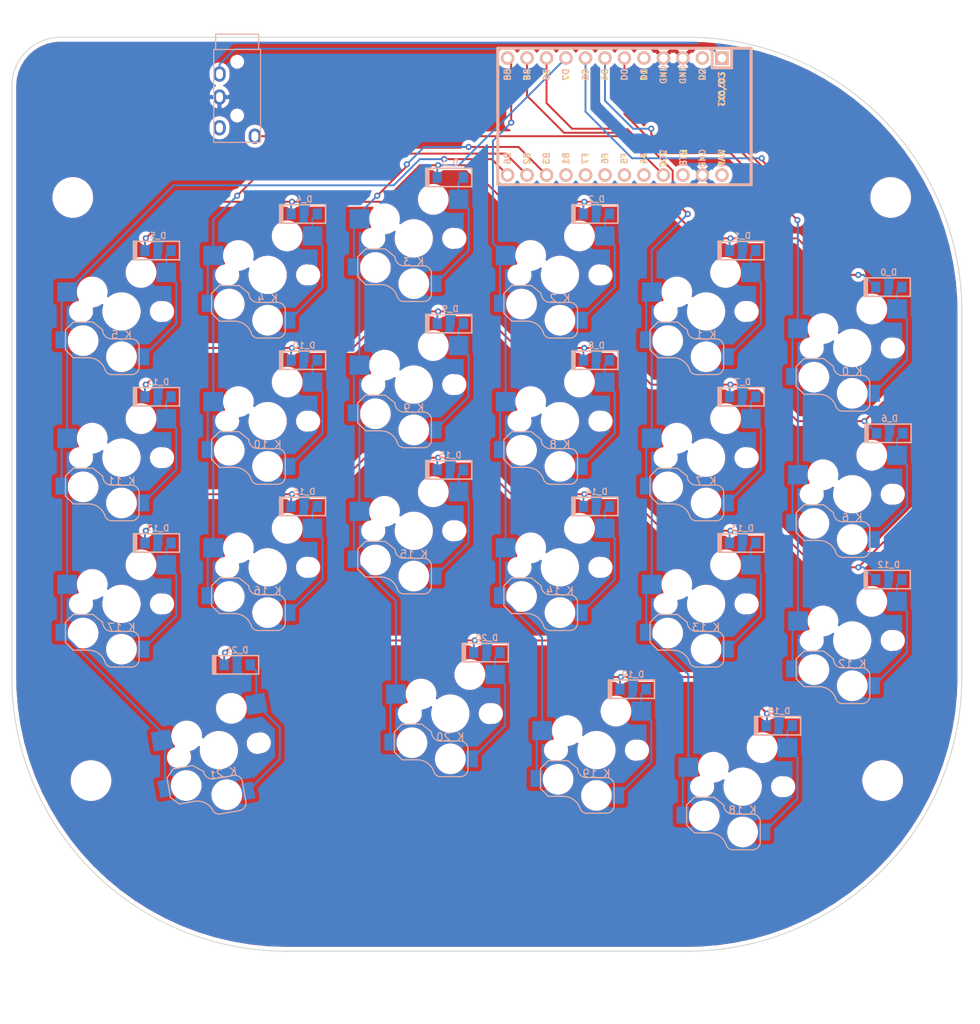
<source format=kicad_pcb>
(kicad_pcb (version 20171130) (host pcbnew 5.1.10-88a1d61d58~88~ubuntu18.04.1)
  (layers (0 F.Cu signal) (31 B.Cu signal) (34 B.Paste user) (35 F.Paste user) (36 B.SilkS user) (37 F.SilkS user) (38 B.Mask user) (39 F.Mask user) (44 Edge.Cuts user))
  (net 0 "")
  (net 1 GND)
  (net 2 "Net-(U1-Pad1)")
  (net 3 "Net-(U1-Pad2)")
  (net 4 "Net-(U1-Pad5)")
  (net 5 "Net-(U1-Pad16)")
  (net 6 "Net-(U1-Pad17)")
  (net 7 "Net-(U1-Pad18)")
  (net 8 "Net-(U1-Pad19)")
  (net 9 "Net-(U1-Pad20)")
  (net 10 "Net-(U1-Pad21)")
  (net 11 "Net-(U1-Pad22)")
  (net 12 "Net-(U1-Pad24)")
  (net 13 "Net-(D_0-Pad2)")
  (net 14 row0)
  (net 15 "Net-(D_1-Pad2)")
  (net 16 "Net-(D_2-Pad2)")
  (net 17 "Net-(D_3-Pad2)")
  (net 18 "Net-(D_4-Pad2)")
  (net 19 "Net-(D_5-Pad2)")
  (net 20 "Net-(D_6-Pad2)")
  (net 21 row1)
  (net 22 "Net-(D_7-Pad2)")
  (net 23 "Net-(D_8-Pad2)")
  (net 24 "Net-(D_9-Pad2)")
  (net 25 "Net-(D_10-Pad2)")
  (net 26 "Net-(D_11-Pad2)")
  (net 27 "Net-(D_12-Pad2)")
  (net 28 row2)
  (net 29 "Net-(D_13-Pad2)")
  (net 30 "Net-(D_14-Pad2)")
  (net 31 "Net-(D_15-Pad2)")
  (net 32 "Net-(D_16-Pad2)")
  (net 33 "Net-(D_17-Pad2)")
  (net 34 "Net-(D_18-Pad2)")
  (net 35 row3)
  (net 36 "Net-(D_19-Pad2)")
  (net 37 "Net-(D_20-Pad2)")
  (net 38 "Net-(D_21-Pad2)")
  (net 39 col0)
  (net 40 col1)
  (net 41 col2)
  (net 42 col3)
  (net 43 col4)
  (net 44 col5)
  (net 45 "Net-(U2-Pad2)")
  (module silkscreens:procyon_logo (layer F.Cu) (at 221.125 -139)
    (fp_text reference G*** hide)
    (fp_text value LOGO hide)
  )
  (module MountingHole:MountingHole_4.3mm_M4 (layer F.Cu) (at 280.19375 -149.225)
    (fp_text reference REF** hide)
    (fp_text value MountingHole_4.3mm_M4)
    (pad 1 np_thru_hole circle (at 0 0) (size 4.3 4.3) (drill 4.3) (layers *.Cu *.Mask))
  )
  (module MountingHole:MountingHole_4.3mm_M4 (layer F.Cu) (at 177.00625 -149.225)
    (fp_text reference REF** hide)
    (fp_text value MountingHole_4.3mm_M4)
    (pad 1 np_thru_hole circle (at 0 0) (size 4.3 4.3) (drill 4.3) (layers *.Cu *.Mask))
  )
  (module MountingHole:MountingHole_4.3mm_M4 (layer F.Cu) (at 174.625 -225.2)
    (fp_text reference REF** hide)
    (fp_text value MountingHole_4.3mm_M4)
    (pad 1 np_thru_hole circle (at 0 0) (size 4.3 4.3) (drill 4.3) (layers *.Cu *.Mask))
  )
  (module MountingHole:MountingHole_4.3mm_M4 (layer F.Cu) (at 281.2375 -225.2)
    (fp_text reference REF** hide)
    (fp_text value MountingHole_4.3mm_M4)
    (pad 1 np_thru_hole circle (at 0 0) (size 4.3 4.3) (drill 4.3) (layers *.Cu *.Mask))
  )
  (module Keebio-Parts:ArduinoProMicro (layer F.Cu) (at 245.26875 -235.74375 180)
    (fp_text reference U1 hide)
    (fp_text value ProMicro hide)
    (fp_text user D2 (at -11.43 5.461 90) (layer B.SilkS) (effects (font (size 0.8 0.8)) (justify mirror)))
    (fp_text user D0 (at -1.27 5.461 90) (layer B.SilkS) (effects (font (size 0.8 0.8)) (justify mirror)))
    (fp_text user D1 (at -3.81 5.461 90) (layer B.SilkS) (effects (font (size 0.8 0.8)) (justify mirror)))
    (fp_text user GND (at -6.35 5.461 90) (layer B.SilkS) (effects (font (size 0.8 0.8)) (justify mirror)))
    (fp_text user GND (at -8.89 5.461 90) (layer B.SilkS) (effects (font (size 0.8 0.8)) (justify mirror)))
    (fp_text user D4 (at 1.27 5.461 90) (layer B.SilkS) (effects (font (size 0.8 0.8)) (justify mirror)))
    (fp_text user C6 (at 3.81 5.461 90) (layer B.SilkS) (effects (font (size 0.8 0.8)) (justify mirror)))
    (fp_text user D7 (at 6.35 5.461 90) (layer B.SilkS) (effects (font (size 0.8 0.8)) (justify mirror)))
    (fp_text user E6 (at 8.89 5.461 90) (layer B.SilkS) (effects (font (size 0.8 0.8)) (justify mirror)))
    (fp_text user B4 (at 11.43 5.461 90) (layer B.SilkS) (effects (font (size 0.8 0.8)) (justify mirror)))
    (fp_text user B5 (at 13.97 5.461 90) (layer B.SilkS) (effects (font (size 0.8 0.8)) (justify mirror)))
    (fp_text user B6 (at 13.97 -5.461 90) (layer B.SilkS) (effects (font (size 0.8 0.8)) (justify mirror)))
    (fp_text user B2 (at 11.43 -5.461 90) (layer F.SilkS) (effects (font (size 0.8 0.8))))
    (fp_text user B3 (at 8.89 -5.461 90) (layer B.SilkS) (effects (font (size 0.8 0.8)) (justify mirror)))
    (fp_text user B1 (at 6.35 -5.461 90) (layer B.SilkS) (effects (font (size 0.8 0.8)) (justify mirror)))
    (fp_text user F7 (at 3.81 -5.461 90) (layer F.SilkS) (effects (font (size 0.8 0.8))))
    (fp_text user F6 (at 1.27 -5.461 90) (layer F.SilkS) (effects (font (size 0.8 0.8))))
    (fp_text user F5 (at -1.27 -5.461 90) (layer F.SilkS) (effects (font (size 0.8 0.8))))
    (fp_text user F4 (at -3.81 -5.461 90) (layer B.SilkS) (effects (font (size 0.8 0.8)) (justify mirror)))
    (fp_text user VCC (at -6.35 -5.461 90) (layer B.SilkS) (effects (font (size 0.8 0.8)) (justify mirror)))
    (fp_text user GND (at -11.43 -5.461 90) (layer B.SilkS) (effects (font (size 0.8 0.8)) (justify mirror)))
    (fp_text user RAW (at -13.97 -5.461 90) (layer B.SilkS) (effects (font (size 0.8 0.8)) (justify mirror)))
    (fp_text user RAW (at -13.97 -5.461 90) (layer F.SilkS) (effects (font (size 0.8 0.8))))
    (fp_text user GND (at -11.43 -5.461 90) (layer F.SilkS) (effects (font (size 0.8 0.8))))
    (fp_text user ST (at -8.92 -5.73312 90) (layer F.SilkS) (effects (font (size 0.8 0.8))))
    (fp_text user VCC (at -6.35 -5.461 90) (layer F.SilkS) (effects (font (size 0.8 0.8))))
    (fp_text user F4 (at -3.81 -5.461 90) (layer F.SilkS) (effects (font (size 0.8 0.8))))
    (fp_text user F5 (at -1.27 -5.461 90) (layer B.SilkS) (effects (font (size 0.8 0.8)) (justify mirror)))
    (fp_text user F6 (at 1.27 -5.461 90) (layer B.SilkS) (effects (font (size 0.8 0.8)) (justify mirror)))
    (fp_text user F7 (at 3.81 -5.461 90) (layer B.SilkS) (effects (font (size 0.8 0.8)) (justify mirror)))
    (fp_text user B1 (at 6.35 -5.461 90) (layer F.SilkS) (effects (font (size 0.8 0.8))))
    (fp_text user B3 (at 8.89 -5.461 90) (layer F.SilkS) (effects (font (size 0.8 0.8))))
    (fp_text user B2 (at 11.43 -5.461 90) (layer B.SilkS) (effects (font (size 0.8 0.8)) (justify mirror)))
    (fp_text user B6 (at 13.97 -5.461 90) (layer F.SilkS) (effects (font (size 0.8 0.8))))
    (fp_text user B5 (at 13.97 5.461 90) (layer F.SilkS) (effects (font (size 0.8 0.8))))
    (fp_text user B4 (at 11.43 5.461 90) (layer F.SilkS) (effects (font (size 0.8 0.8))))
    (fp_text user E6 (at 8.89 5.461 90) (layer F.SilkS) (effects (font (size 0.8 0.8))))
    (fp_text user D7 (at 6.35 5.461 90) (layer F.SilkS) (effects (font (size 0.8 0.8))))
    (fp_text user C6 (at 3.81 5.461 90) (layer F.SilkS) (effects (font (size 0.8 0.8))))
    (fp_text user D4 (at 1.27 5.461 90) (layer F.SilkS) (effects (font (size 0.8 0.8))))
    (fp_text user GND (at -8.89 5.461 90) (layer F.SilkS) (effects (font (size 0.8 0.8))))
    (fp_text user GND (at -6.35 5.461 90) (layer F.SilkS) (effects (font (size 0.8 0.8))))
    (fp_text user D1 (at -3.81 5.461 90) (layer F.SilkS) (effects (font (size 0.8 0.8))))
    (fp_text user D0 (at -1.27 5.461 90) (layer F.SilkS) (effects (font (size 0.8 0.8))))
    (fp_text user D2 (at -11.43 5.461 90) (layer F.SilkS) (effects (font (size 0.8 0.8))))
    (fp_text user TX0/D3 (at -13.97 3.571872 90) (layer B.SilkS) (effects (font (size 0.8 0.8)) (justify mirror)))
    (fp_text user TX0/D3 (at -13.97 3.571872 90) (layer F.SilkS) (effects (font (size 0.8 0.8))))
    (fp_text user ST (at -8.91 -5.04 90) (layer B.SilkS) (effects (font (size 0.8 0.8)) (justify mirror)))
    (pad 1 thru_hole rect (at -13.97 7.62 180) (size 1.7526 1.7526) (drill 1.0922) (layers *.Cu *.SilkS *.Mask) (net 2 "Net-(U1-Pad1)"))
    (pad 2 thru_hole circle (at -11.43 7.62 180) (size 1.7526 1.7526) (drill 1.0922) (layers *.Cu *.SilkS *.Mask) (net 3 "Net-(U1-Pad2)"))
    (pad 3 thru_hole circle (at -8.89 7.62 180) (size 1.7526 1.7526) (drill 1.0922) (layers *.Cu *.SilkS *.Mask) (net 1 GND))
    (pad 4 thru_hole circle (at -6.35 7.62 180) (size 1.7526 1.7526) (drill 1.0922) (layers *.Cu *.SilkS *.Mask) (net 1 GND))
    (pad 5 thru_hole circle (at -3.81 7.62 180) (size 1.7526 1.7526) (drill 1.0922) (layers *.Cu *.SilkS *.Mask) (net 4 "Net-(U1-Pad5)"))
    (pad 6 thru_hole circle (at -1.27 7.62 180) (size 1.7526 1.7526) (drill 1.0922) (layers *.Cu *.SilkS *.Mask) (net 21 row1))
    (pad 7 thru_hole circle (at 1.27 7.62 180) (size 1.7526 1.7526) (drill 1.0922) (layers *.Cu *.SilkS *.Mask) (net 28 row2))
    (pad 8 thru_hole circle (at 3.81 7.62 180) (size 1.7526 1.7526) (drill 1.0922) (layers *.Cu *.SilkS *.Mask) (net 35 row3))
    (pad 9 thru_hole circle (at 6.35 7.62 180) (size 1.7526 1.7526) (drill 1.0922) (layers *.Cu *.SilkS *.Mask) (net 14 row0))
    (pad 10 thru_hole circle (at 8.89 7.62 180) (size 1.7526 1.7526) (drill 1.0922) (layers *.Cu *.SilkS *.Mask) (net 39 col0))
    (pad 11 thru_hole circle (at 11.43 7.62 180) (size 1.7526 1.7526) (drill 1.0922) (layers *.Cu *.SilkS *.Mask) (net 40 col1))
    (pad 13 thru_hole circle (at 13.97 -7.62 180) (size 1.7526 1.7526) (drill 1.0922) (layers *.Cu *.SilkS *.Mask) (net 44 col5))
    (pad 14 thru_hole circle (at 11.43 -7.62 180) (size 1.7526 1.7526) (drill 1.0922) (layers *.Cu *.SilkS *.Mask) (net 43 col4))
    (pad 15 thru_hole circle (at 8.89 -7.62 180) (size 1.7526 1.7526) (drill 1.0922) (layers *.Cu *.SilkS *.Mask) (net 42 col3))
    (pad 16 thru_hole circle (at 6.35 -7.62 180) (size 1.7526 1.7526) (drill 1.0922) (layers *.Cu *.SilkS *.Mask) (net 5 "Net-(U1-Pad16)"))
    (pad 17 thru_hole circle (at 3.81 -7.62 180) (size 1.7526 1.7526) (drill 1.0922) (layers *.Cu *.SilkS *.Mask) (net 6 "Net-(U1-Pad17)"))
    (pad 18 thru_hole circle (at 1.27 -7.62 180) (size 1.7526 1.7526) (drill 1.0922) (layers *.Cu *.SilkS *.Mask) (net 7 "Net-(U1-Pad18)"))
    (pad 19 thru_hole circle (at -1.27 -7.62 180) (size 1.7526 1.7526) (drill 1.0922) (layers *.Cu *.SilkS *.Mask) (net 8 "Net-(U1-Pad19)"))
    (pad 20 thru_hole circle (at -3.81 -7.62 180) (size 1.7526 1.7526) (drill 1.0922) (layers *.Cu *.SilkS *.Mask) (net 9 "Net-(U1-Pad20)"))
    (pad 21 thru_hole circle (at -6.35 -7.62 180) (size 1.7526 1.7526) (drill 1.0922) (layers *.Cu *.SilkS *.Mask) (net 10 "Net-(U1-Pad21)"))
    (pad 22 thru_hole circle (at -8.89 -7.62 180) (size 1.7526 1.7526) (drill 1.0922) (layers *.Cu *.SilkS *.Mask) (net 11 "Net-(U1-Pad22)"))
    (pad 23 thru_hole circle (at -11.43 -7.62 180) (size 1.7526 1.7526) (drill 1.0922) (layers *.Cu *.SilkS *.Mask) (net 1 GND))
    (pad 12 thru_hole circle (at 13.97 7.62 180) (size 1.7526 1.7526) (drill 1.0922) (layers *.Cu *.SilkS *.Mask) (net 41 col2))
    (pad 24 thru_hole circle (at -13.97 -7.62 180) (size 1.7526 1.7526) (drill 1.0922) (layers *.Cu *.SilkS *.Mask) (net 12 "Net-(U1-Pad24)"))
  )
  (module Keebio-Parts:TRRS-PJ-320A (layer B.Cu) (at 196.05625 -244.475 180)
    (fp_text reference U2)
    (fp_text value TRRS)
    (pad 1 thru_hole oval (at -2.3 -11.3 180) (size 1.6 2) (drill oval 0.9 1.3) (layers *.Cu *.Mask) (net 10 "Net-(U1-Pad21)"))
    (pad 2 thru_hole oval (at 2.3 -10.2 180) (size 1.6 2) (drill oval 0.9 1.3) (layers *.Cu *.Mask) (net 45 "Net-(U2-Pad2)"))
    (pad 4 thru_hole oval (at 2.3 -3.2 180) (size 1.6 2) (drill oval 0.9 1.3) (layers *.Cu *.Mask) (net 2 "Net-(U1-Pad1)"))
    (pad "" np_thru_hole circle (at 0 -8.6 180) (size 0.8 0.8) (drill 0.8) (layers *.Cu *.Mask))
    (pad "" np_thru_hole circle (at 0 -1.6 180) (size 0.8 0.8) (drill 0.8) (layers *.Cu *.Mask))
    (pad 3 thru_hole oval (at 2.3 -6.2 180) (size 1.6 2) (drill oval 0.9 1.3) (layers *.Cu *.Mask) (net 1 GND))
  )
  (module MX_Alps_Hybrid:MXOnly-2U-Hotswap (layer F.Cu) (at 193.675 -153.19375 10)
    (fp_text reference K_21)
    (fp_text value KEYSW)
    (fp_text user %R (at 0 3.048 190) (layer B.SilkS) (effects (justify mirror)))
    (pad 2 smd rect (at 5.842 -5.08 10) (size 2.55 2.5) (layers B.Cu B.Paste B.Mask) (net 38 "Net-(D_21-Pad2)"))
    (pad 1 smd rect (at -7.085 -2.54 10) (size 2.55 2.5) (layers B.Cu B.Paste B.Mask) (net 44 col5))
    (pad "" np_thru_hole circle (at 5.08 0 58.0996) (size 1.75 1.75) (drill 1.75) (layers *.Cu *.Mask))
    (pad "" np_thru_hole circle (at -5.08 0 58.0996) (size 1.75 1.75) (drill 1.75) (layers *.Cu *.Mask))
    (pad "" np_thru_hole circle (at -3.81 -2.54 10) (size 3 3) (drill 3) (layers *.Cu *.Mask))
    (pad "" np_thru_hole circle (at 0 0 10) (size 3.9878 3.9878) (drill 3.9878) (layers *.Cu *.Mask))
    (pad "" np_thru_hole circle (at 2.54 -5.08 10) (size 3 3) (drill 3) (layers *.Cu *.Mask))
  )
  (module Keebio-Parts:D_SOD123 (layer B.Cu) (at 196.05625 -164.30625)
    (fp_text reference D_21 (at 0 -1.925) (layer B.SilkS) (effects (font (size 0.8 0.8)) (justify mirror)))
    (fp_text value D hide)
    (pad 1 smd rect (at -1.7 0) (size 1.2 1.4) (layers B.Cu B.Paste B.Mask) (net 35 row3))
    (pad 2 smd rect (at 1.7 0) (size 1.2 1.4) (layers B.Cu B.Paste B.Mask) (net 38 "Net-(D_21-Pad2)"))
  )
  (module Keebio-Parts:D_SOD123 (layer B.Cu) (at 228.6 -165.89375)
    (fp_text reference D_20 (at 0 -1.925) (layer B.SilkS) (effects (font (size 0.8 0.8)) (justify mirror)))
    (fp_text value D hide)
    (pad 1 smd rect (at -1.7 0) (size 1.2 1.4) (layers B.Cu B.Paste B.Mask) (net 35 row3))
    (pad 2 smd rect (at 1.7 0) (size 1.2 1.4) (layers B.Cu B.Paste B.Mask) (net 37 "Net-(D_20-Pad2)"))
  )
  (module Keebio-Parts:D_SOD123 (layer B.Cu) (at 247.65 -161.13125)
    (fp_text reference D_19 (at 0 -1.925) (layer B.SilkS) (effects (font (size 0.8 0.8)) (justify mirror)))
    (fp_text value D hide)
    (pad 1 smd rect (at -1.7 0) (size 1.2 1.4) (layers B.Cu B.Paste B.Mask) (net 35 row3))
    (pad 2 smd rect (at 1.7 0) (size 1.2 1.4) (layers B.Cu B.Paste B.Mask) (net 36 "Net-(D_19-Pad2)"))
  )
  (module Keebio-Parts:D_SOD123 (layer B.Cu) (at 266.7 -156.36875)
    (fp_text reference D_18 (at 0 -1.925) (layer B.SilkS) (effects (font (size 0.8 0.8)) (justify mirror)))
    (fp_text value D hide)
    (pad 1 smd rect (at -1.7 0) (size 1.2 1.4) (layers B.Cu B.Paste B.Mask) (net 35 row3))
    (pad 2 smd rect (at 1.7 0) (size 1.2 1.4) (layers B.Cu B.Paste B.Mask) (net 34 "Net-(D_18-Pad2)"))
  )
  (module Keebio-Parts:D_SOD123 (layer B.Cu) (at 185.7375 -180.18125)
    (fp_text reference D_17 (at 0 -1.925) (layer B.SilkS) (effects (font (size 0.8 0.8)) (justify mirror)))
    (fp_text value D hide)
    (pad 1 smd rect (at -1.7 0) (size 1.2 1.4) (layers B.Cu B.Paste B.Mask) (net 28 row2))
    (pad 2 smd rect (at 1.7 0) (size 1.2 1.4) (layers B.Cu B.Paste B.Mask) (net 33 "Net-(D_17-Pad2)"))
  )
  (module Keebio-Parts:D_SOD123 (layer B.Cu) (at 204.7875 -184.94375)
    (fp_text reference D_16 (at 0 -1.925) (layer B.SilkS) (effects (font (size 0.8 0.8)) (justify mirror)))
    (fp_text value D hide)
    (pad 1 smd rect (at -1.7 0) (size 1.2 1.4) (layers B.Cu B.Paste B.Mask) (net 28 row2))
    (pad 2 smd rect (at 1.7 0) (size 1.2 1.4) (layers B.Cu B.Paste B.Mask) (net 32 "Net-(D_16-Pad2)"))
  )
  (module Keebio-Parts:D_SOD123 (layer B.Cu) (at 223.8375 -189.70625)
    (fp_text reference D_15 (at 0 -1.925) (layer B.SilkS) (effects (font (size 0.8 0.8)) (justify mirror)))
    (fp_text value D hide)
    (pad 1 smd rect (at -1.7 0) (size 1.2 1.4) (layers B.Cu B.Paste B.Mask) (net 28 row2))
    (pad 2 smd rect (at 1.7 0) (size 1.2 1.4) (layers B.Cu B.Paste B.Mask) (net 31 "Net-(D_15-Pad2)"))
  )
  (module Keebio-Parts:D_SOD123 (layer B.Cu) (at 242.8875 -184.94375)
    (fp_text reference D_14 (at 0 -1.925) (layer B.SilkS) (effects (font (size 0.8 0.8)) (justify mirror)))
    (fp_text value D hide)
    (pad 1 smd rect (at -1.7 0) (size 1.2 1.4) (layers B.Cu B.Paste B.Mask) (net 28 row2))
    (pad 2 smd rect (at 1.7 0) (size 1.2 1.4) (layers B.Cu B.Paste B.Mask) (net 30 "Net-(D_14-Pad2)"))
  )
  (module Keebio-Parts:D_SOD123 (layer B.Cu) (at 261.9375 -180.18125)
    (fp_text reference D_13 (at 0 -1.925) (layer B.SilkS) (effects (font (size 0.8 0.8)) (justify mirror)))
    (fp_text value D hide)
    (pad 1 smd rect (at -1.7 0) (size 1.2 1.4) (layers B.Cu B.Paste B.Mask) (net 28 row2))
    (pad 2 smd rect (at 1.7 0) (size 1.2 1.4) (layers B.Cu B.Paste B.Mask) (net 29 "Net-(D_13-Pad2)"))
  )
  (module Keebio-Parts:D_SOD123 (layer B.Cu) (at 280.9875 -175.41875)
    (fp_text reference D_12 (at 0 -1.925) (layer B.SilkS) (effects (font (size 0.8 0.8)) (justify mirror)))
    (fp_text value D hide)
    (pad 1 smd rect (at -1.7 0) (size 1.2 1.4) (layers B.Cu B.Paste B.Mask) (net 28 row2))
    (pad 2 smd rect (at 1.7 0) (size 1.2 1.4) (layers B.Cu B.Paste B.Mask) (net 27 "Net-(D_12-Pad2)"))
  )
  (module Keebio-Parts:D_SOD123 (layer B.Cu) (at 185.7375 -199.23125)
    (fp_text reference D_11 (at 0 -1.925) (layer B.SilkS) (effects (font (size 0.8 0.8)) (justify mirror)))
    (fp_text value D hide)
    (pad 1 smd rect (at -1.7 0) (size 1.2 1.4) (layers B.Cu B.Paste B.Mask) (net 21 row1))
    (pad 2 smd rect (at 1.7 0) (size 1.2 1.4) (layers B.Cu B.Paste B.Mask) (net 26 "Net-(D_11-Pad2)"))
  )
  (module Keebio-Parts:D_SOD123 (layer B.Cu) (at 204.7875 -203.99375)
    (fp_text reference D_10 (at 0 -1.925) (layer B.SilkS) (effects (font (size 0.8 0.8)) (justify mirror)))
    (fp_text value D hide)
    (pad 1 smd rect (at -1.7 0) (size 1.2 1.4) (layers B.Cu B.Paste B.Mask) (net 21 row1))
    (pad 2 smd rect (at 1.7 0) (size 1.2 1.4) (layers B.Cu B.Paste B.Mask) (net 25 "Net-(D_10-Pad2)"))
  )
  (module Keebio-Parts:D_SOD123 (layer B.Cu) (at 223.8375 -208.75625)
    (fp_text reference D_9 (at 0 -1.925) (layer B.SilkS) (effects (font (size 0.8 0.8)) (justify mirror)))
    (fp_text value D hide)
    (pad 1 smd rect (at -1.7 0) (size 1.2 1.4) (layers B.Cu B.Paste B.Mask) (net 21 row1))
    (pad 2 smd rect (at 1.7 0) (size 1.2 1.4) (layers B.Cu B.Paste B.Mask) (net 24 "Net-(D_9-Pad2)"))
  )
  (module Keebio-Parts:D_SOD123 (layer B.Cu) (at 242.8875 -203.99375)
    (fp_text reference D_8 (at 0 -1.925) (layer B.SilkS) (effects (font (size 0.8 0.8)) (justify mirror)))
    (fp_text value D hide)
    (pad 1 smd rect (at -1.7 0) (size 1.2 1.4) (layers B.Cu B.Paste B.Mask) (net 21 row1))
    (pad 2 smd rect (at 1.7 0) (size 1.2 1.4) (layers B.Cu B.Paste B.Mask) (net 23 "Net-(D_8-Pad2)"))
  )
  (module Keebio-Parts:D_SOD123 (layer B.Cu) (at 261.9375 -199.23125)
    (fp_text reference D_7 (at 0 -1.925) (layer B.SilkS) (effects (font (size 0.8 0.8)) (justify mirror)))
    (fp_text value D hide)
    (pad 1 smd rect (at -1.7 0) (size 1.2 1.4) (layers B.Cu B.Paste B.Mask) (net 21 row1))
    (pad 2 smd rect (at 1.7 0) (size 1.2 1.4) (layers B.Cu B.Paste B.Mask) (net 22 "Net-(D_7-Pad2)"))
  )
  (module Keebio-Parts:D_SOD123 (layer B.Cu) (at 281.1 -194.46875)
    (fp_text reference D_6 (at 0 -1.925) (layer B.SilkS) (effects (font (size 0.8 0.8)) (justify mirror)))
    (fp_text value D hide)
    (pad 1 smd rect (at -1.7 0) (size 1.2 1.4) (layers B.Cu B.Paste B.Mask) (net 21 row1))
    (pad 2 smd rect (at 1.7 0) (size 1.2 1.4) (layers B.Cu B.Paste B.Mask) (net 20 "Net-(D_6-Pad2)"))
  )
  (module Keebio-Parts:D_SOD123 (layer B.Cu) (at 185.7375 -218.28125)
    (fp_text reference D_5 (at 0 -1.925) (layer B.SilkS) (effects (font (size 0.8 0.8)) (justify mirror)))
    (fp_text value D hide)
    (pad 1 smd rect (at -1.7 0) (size 1.2 1.4) (layers B.Cu B.Paste B.Mask) (net 14 row0))
    (pad 2 smd rect (at 1.7 0) (size 1.2 1.4) (layers B.Cu B.Paste B.Mask) (net 19 "Net-(D_5-Pad2)"))
  )
  (module Keebio-Parts:D_SOD123 (layer B.Cu) (at 204.7875 -223.04375)
    (fp_text reference D_4 (at 0 -1.925) (layer B.SilkS) (effects (font (size 0.8 0.8)) (justify mirror)))
    (fp_text value D hide)
    (pad 1 smd rect (at -1.7 0) (size 1.2 1.4) (layers B.Cu B.Paste B.Mask) (net 14 row0))
    (pad 2 smd rect (at 1.7 0) (size 1.2 1.4) (layers B.Cu B.Paste B.Mask) (net 18 "Net-(D_4-Pad2)"))
  )
  (module Keebio-Parts:D_SOD123 (layer B.Cu) (at 223.8375 -227.80625)
    (fp_text reference D_3 (at 0 -1.925) (layer B.SilkS) (effects (font (size 0.8 0.8)) (justify mirror)))
    (fp_text value D hide)
    (pad 1 smd rect (at -1.7 0) (size 1.2 1.4) (layers B.Cu B.Paste B.Mask) (net 14 row0))
    (pad 2 smd rect (at 1.7 0) (size 1.2 1.4) (layers B.Cu B.Paste B.Mask) (net 17 "Net-(D_3-Pad2)"))
  )
  (module Keebio-Parts:D_SOD123 (layer B.Cu) (at 242.8875 -223.04375)
    (fp_text reference D_2 (at 0 -1.925) (layer B.SilkS) (effects (font (size 0.8 0.8)) (justify mirror)))
    (fp_text value D hide)
    (pad 1 smd rect (at -1.7 0) (size 1.2 1.4) (layers B.Cu B.Paste B.Mask) (net 14 row0))
    (pad 2 smd rect (at 1.7 0) (size 1.2 1.4) (layers B.Cu B.Paste B.Mask) (net 16 "Net-(D_2-Pad2)"))
  )
  (module Keebio-Parts:D_SOD123 (layer B.Cu) (at 261.9375 -218.28125)
    (fp_text reference D_1 (at 0 -1.925) (layer B.SilkS) (effects (font (size 0.8 0.8)) (justify mirror)))
    (fp_text value D hide)
    (pad 1 smd rect (at -1.7 0) (size 1.2 1.4) (layers B.Cu B.Paste B.Mask) (net 14 row0))
    (pad 2 smd rect (at 1.7 0) (size 1.2 1.4) (layers B.Cu B.Paste B.Mask) (net 15 "Net-(D_1-Pad2)"))
  )
  (module Keebio-Parts:D_SOD123 (layer B.Cu) (at 280.9875 -213.51875)
    (fp_text reference D_0 (at 0 -1.925) (layer B.SilkS) (effects (font (size 0.8 0.8)) (justify mirror)))
    (fp_text value D hide)
    (pad 1 smd rect (at -1.7 0) (size 1.2 1.4) (layers B.Cu B.Paste B.Mask) (net 14 row0))
    (pad 2 smd rect (at 1.7 0) (size 1.2 1.4) (layers B.Cu B.Paste B.Mask) (net 13 "Net-(D_0-Pad2)"))
  )
  (module mbk:Choc-1u (layer F.Cu) (at 193.675 -153.19375 10)
    (fp_text reference 1u)
    (fp_text value " " hide)
    (pad "" np_thru_hole circle (at -5.5 0 190) (size 1.7 1.7) (drill 1.7) (layers *.Cu *.Mask))
    (pad "" np_thru_hole circle (at 5.5 0 190) (size 1.7 1.7) (drill 1.7) (layers *.Cu *.Mask))
    (pad "" np_thru_hole circle (at 0 0 100) (size 3.4 3.4) (drill 3.4) (layers *.Cu *.Mask))
    (pad 2 smd rect (at 2.8 5.9 190) (size 1.6 2.2) (layers B.Cu B.Paste B.Mask) (net 38 "Net-(D_21-Pad2)"))
    (pad "" np_thru_hole circle (at -5 3.8 100) (size 3 3) (drill 3) (layers *.Cu *.Mask))
    (pad "" np_thru_hole circle (at 0 5.9 100) (size 3 3) (drill 3) (layers *.Cu *.Mask))
    (pad 1 smd rect (at -7.8 3.7 190) (size 1.6 2.2) (layers B.Cu B.Paste B.Mask) (net 44 col5))
  )
  (module mbk:Choc-1u (layer F.Cu) (at 223.8375 -157.95625)
    (fp_text reference 1u)
    (fp_text value " " hide)
    (pad 1 smd rect (at -7.8 3.7 180) (size 1.6 2.2) (layers B.Cu B.Paste B.Mask) (net 42 col3))
    (pad "" np_thru_hole circle (at 0 5.9 90) (size 3 3) (drill 3) (layers *.Cu *.Mask))
    (pad "" np_thru_hole circle (at -5 3.8 90) (size 3 3) (drill 3) (layers *.Cu *.Mask))
    (pad 2 smd rect (at 2.8 5.9 180) (size 1.6 2.2) (layers B.Cu B.Paste B.Mask) (net 37 "Net-(D_20-Pad2)"))
    (pad "" np_thru_hole circle (at 0 0 90) (size 3.4 3.4) (drill 3.4) (layers *.Cu *.Mask))
    (pad "" np_thru_hole circle (at 5.5 0 180) (size 1.7 1.7) (drill 1.7) (layers *.Cu *.Mask))
    (pad "" np_thru_hole circle (at -5.5 0 180) (size 1.7 1.7) (drill 1.7) (layers *.Cu *.Mask))
  )
  (module mbk:Choc-1u (layer F.Cu) (at 242.8875 -153.19375)
    (fp_text reference 1u)
    (fp_text value " " hide)
    (pad "" np_thru_hole circle (at -5.5 0 180) (size 1.7 1.7) (drill 1.7) (layers *.Cu *.Mask))
    (pad "" np_thru_hole circle (at 5.5 0 180) (size 1.7 1.7) (drill 1.7) (layers *.Cu *.Mask))
    (pad "" np_thru_hole circle (at 0 0 90) (size 3.4 3.4) (drill 3.4) (layers *.Cu *.Mask))
    (pad 2 smd rect (at 2.8 5.9 180) (size 1.6 2.2) (layers B.Cu B.Paste B.Mask) (net 36 "Net-(D_19-Pad2)"))
    (pad "" np_thru_hole circle (at -5 3.8 90) (size 3 3) (drill 3) (layers *.Cu *.Mask))
    (pad "" np_thru_hole circle (at 0 5.9 90) (size 3 3) (drill 3) (layers *.Cu *.Mask))
    (pad 1 smd rect (at -7.8 3.7 180) (size 1.6 2.2) (layers B.Cu B.Paste B.Mask) (net 41 col2))
  )
  (module mbk:Choc-1u (layer F.Cu) (at 261.9375 -148.43125)
    (fp_text reference 1u)
    (fp_text value " " hide)
    (pad 1 smd rect (at -7.8 3.7 180) (size 1.6 2.2) (layers B.Cu B.Paste B.Mask) (net 40 col1))
    (pad "" np_thru_hole circle (at 0 5.9 90) (size 3 3) (drill 3) (layers *.Cu *.Mask))
    (pad "" np_thru_hole circle (at -5 3.8 90) (size 3 3) (drill 3) (layers *.Cu *.Mask))
    (pad 2 smd rect (at 2.8 5.9 180) (size 1.6 2.2) (layers B.Cu B.Paste B.Mask) (net 34 "Net-(D_18-Pad2)"))
    (pad "" np_thru_hole circle (at 0 0 90) (size 3.4 3.4) (drill 3.4) (layers *.Cu *.Mask))
    (pad "" np_thru_hole circle (at 5.5 0 180) (size 1.7 1.7) (drill 1.7) (layers *.Cu *.Mask))
    (pad "" np_thru_hole circle (at -5.5 0 180) (size 1.7 1.7) (drill 1.7) (layers *.Cu *.Mask))
  )
  (module mbk:Choc-1u (layer F.Cu) (at 276.225 -167.48125)
    (fp_text reference 1u)
    (fp_text value " " hide)
    (pad "" np_thru_hole circle (at -5.5 0 180) (size 1.7 1.7) (drill 1.7) (layers *.Cu *.Mask))
    (pad "" np_thru_hole circle (at 5.5 0 180) (size 1.7 1.7) (drill 1.7) (layers *.Cu *.Mask))
    (pad "" np_thru_hole circle (at 0 0 90) (size 3.4 3.4) (drill 3.4) (layers *.Cu *.Mask))
    (pad 2 smd rect (at 2.8 5.9 180) (size 1.6 2.2) (layers B.Cu B.Paste B.Mask) (net 27 "Net-(D_12-Pad2)"))
    (pad "" np_thru_hole circle (at -5 3.8 90) (size 3 3) (drill 3) (layers *.Cu *.Mask))
    (pad "" np_thru_hole circle (at 0 5.9 90) (size 3 3) (drill 3) (layers *.Cu *.Mask))
    (pad 1 smd rect (at -7.8 3.7 180) (size 1.6 2.2) (layers B.Cu B.Paste B.Mask) (net 39 col0))
  )
  (module mbk:Choc-1u (layer F.Cu) (at 257.175 -172.24375)
    (fp_text reference 1u)
    (fp_text value " " hide)
    (pad 1 smd rect (at -7.8 3.7 180) (size 1.6 2.2) (layers B.Cu B.Paste B.Mask) (net 40 col1))
    (pad "" np_thru_hole circle (at 0 5.9 90) (size 3 3) (drill 3) (layers *.Cu *.Mask))
    (pad "" np_thru_hole circle (at -5 3.8 90) (size 3 3) (drill 3) (layers *.Cu *.Mask))
    (pad 2 smd rect (at 2.8 5.9 180) (size 1.6 2.2) (layers B.Cu B.Paste B.Mask) (net 29 "Net-(D_13-Pad2)"))
    (pad "" np_thru_hole circle (at 0 0 90) (size 3.4 3.4) (drill 3.4) (layers *.Cu *.Mask))
    (pad "" np_thru_hole circle (at 5.5 0 180) (size 1.7 1.7) (drill 1.7) (layers *.Cu *.Mask))
    (pad "" np_thru_hole circle (at -5.5 0 180) (size 1.7 1.7) (drill 1.7) (layers *.Cu *.Mask))
  )
  (module mbk:Choc-1u (layer F.Cu) (at 238.125 -177.00625)
    (fp_text reference 1u)
    (fp_text value " " hide)
    (pad "" np_thru_hole circle (at -5.5 0 180) (size 1.7 1.7) (drill 1.7) (layers *.Cu *.Mask))
    (pad "" np_thru_hole circle (at 5.5 0 180) (size 1.7 1.7) (drill 1.7) (layers *.Cu *.Mask))
    (pad "" np_thru_hole circle (at 0 0 90) (size 3.4 3.4) (drill 3.4) (layers *.Cu *.Mask))
    (pad 2 smd rect (at 2.8 5.9 180) (size 1.6 2.2) (layers B.Cu B.Paste B.Mask) (net 30 "Net-(D_14-Pad2)"))
    (pad "" np_thru_hole circle (at -5 3.8 90) (size 3 3) (drill 3) (layers *.Cu *.Mask))
    (pad "" np_thru_hole circle (at 0 5.9 90) (size 3 3) (drill 3) (layers *.Cu *.Mask))
    (pad 1 smd rect (at -7.8 3.7 180) (size 1.6 2.2) (layers B.Cu B.Paste B.Mask) (net 41 col2))
  )
  (module mbk:Choc-1u (layer F.Cu) (at 219.075 -181.76875)
    (fp_text reference 1u)
    (fp_text value " " hide)
    (pad 1 smd rect (at -7.8 3.7 180) (size 1.6 2.2) (layers B.Cu B.Paste B.Mask) (net 42 col3))
    (pad "" np_thru_hole circle (at 0 5.9 90) (size 3 3) (drill 3) (layers *.Cu *.Mask))
    (pad "" np_thru_hole circle (at -5 3.8 90) (size 3 3) (drill 3) (layers *.Cu *.Mask))
    (pad 2 smd rect (at 2.8 5.9 180) (size 1.6 2.2) (layers B.Cu B.Paste B.Mask) (net 31 "Net-(D_15-Pad2)"))
    (pad "" np_thru_hole circle (at 0 0 90) (size 3.4 3.4) (drill 3.4) (layers *.Cu *.Mask))
    (pad "" np_thru_hole circle (at 5.5 0 180) (size 1.7 1.7) (drill 1.7) (layers *.Cu *.Mask))
    (pad "" np_thru_hole circle (at -5.5 0 180) (size 1.7 1.7) (drill 1.7) (layers *.Cu *.Mask))
  )
  (module mbk:Choc-1u (layer F.Cu) (at 200.025 -177.00625)
    (fp_text reference 1u)
    (fp_text value " " hide)
    (pad "" np_thru_hole circle (at -5.5 0 180) (size 1.7 1.7) (drill 1.7) (layers *.Cu *.Mask))
    (pad "" np_thru_hole circle (at 5.5 0 180) (size 1.7 1.7) (drill 1.7) (layers *.Cu *.Mask))
    (pad "" np_thru_hole circle (at 0 0 90) (size 3.4 3.4) (drill 3.4) (layers *.Cu *.Mask))
    (pad 2 smd rect (at 2.8 5.9 180) (size 1.6 2.2) (layers B.Cu B.Paste B.Mask) (net 32 "Net-(D_16-Pad2)"))
    (pad "" np_thru_hole circle (at -5 3.8 90) (size 3 3) (drill 3) (layers *.Cu *.Mask))
    (pad "" np_thru_hole circle (at 0 5.9 90) (size 3 3) (drill 3) (layers *.Cu *.Mask))
    (pad 1 smd rect (at -7.8 3.7 180) (size 1.6 2.2) (layers B.Cu B.Paste B.Mask) (net 43 col4))
  )
  (module mbk:Choc-1u (layer F.Cu) (at 180.975 -172.24375)
    (fp_text reference 1u)
    (fp_text value " " hide)
    (pad 1 smd rect (at -7.8 3.7 180) (size 1.6 2.2) (layers B.Cu B.Paste B.Mask) (net 44 col5))
    (pad "" np_thru_hole circle (at 0 5.9 90) (size 3 3) (drill 3) (layers *.Cu *.Mask))
    (pad "" np_thru_hole circle (at -5 3.8 90) (size 3 3) (drill 3) (layers *.Cu *.Mask))
    (pad 2 smd rect (at 2.8 5.9 180) (size 1.6 2.2) (layers B.Cu B.Paste B.Mask) (net 33 "Net-(D_17-Pad2)"))
    (pad "" np_thru_hole circle (at 0 0 90) (size 3.4 3.4) (drill 3.4) (layers *.Cu *.Mask))
    (pad "" np_thru_hole circle (at 5.5 0 180) (size 1.7 1.7) (drill 1.7) (layers *.Cu *.Mask))
    (pad "" np_thru_hole circle (at -5.5 0 180) (size 1.7 1.7) (drill 1.7) (layers *.Cu *.Mask))
  )
  (module mbk:Choc-1u (layer F.Cu) (at 180.975 -191.29375)
    (fp_text reference 1u)
    (fp_text value " " hide)
    (pad "" np_thru_hole circle (at -5.5 0 180) (size 1.7 1.7) (drill 1.7) (layers *.Cu *.Mask))
    (pad "" np_thru_hole circle (at 5.5 0 180) (size 1.7 1.7) (drill 1.7) (layers *.Cu *.Mask))
    (pad "" np_thru_hole circle (at 0 0 90) (size 3.4 3.4) (drill 3.4) (layers *.Cu *.Mask))
    (pad 2 smd rect (at 2.8 5.9 180) (size 1.6 2.2) (layers B.Cu B.Paste B.Mask) (net 26 "Net-(D_11-Pad2)"))
    (pad "" np_thru_hole circle (at -5 3.8 90) (size 3 3) (drill 3) (layers *.Cu *.Mask))
    (pad "" np_thru_hole circle (at 0 5.9 90) (size 3 3) (drill 3) (layers *.Cu *.Mask))
    (pad 1 smd rect (at -7.8 3.7 180) (size 1.6 2.2) (layers B.Cu B.Paste B.Mask) (net 44 col5))
  )
  (module mbk:Choc-1u (layer F.Cu) (at 200.025 -196.05625)
    (fp_text reference 1u)
    (fp_text value " " hide)
    (pad 1 smd rect (at -7.8 3.7 180) (size 1.6 2.2) (layers B.Cu B.Paste B.Mask) (net 43 col4))
    (pad "" np_thru_hole circle (at 0 5.9 90) (size 3 3) (drill 3) (layers *.Cu *.Mask))
    (pad "" np_thru_hole circle (at -5 3.8 90) (size 3 3) (drill 3) (layers *.Cu *.Mask))
    (pad 2 smd rect (at 2.8 5.9 180) (size 1.6 2.2) (layers B.Cu B.Paste B.Mask) (net 25 "Net-(D_10-Pad2)"))
    (pad "" np_thru_hole circle (at 0 0 90) (size 3.4 3.4) (drill 3.4) (layers *.Cu *.Mask))
    (pad "" np_thru_hole circle (at 5.5 0 180) (size 1.7 1.7) (drill 1.7) (layers *.Cu *.Mask))
    (pad "" np_thru_hole circle (at -5.5 0 180) (size 1.7 1.7) (drill 1.7) (layers *.Cu *.Mask))
  )
  (module mbk:Choc-1u (layer F.Cu) (at 219.075 -200.81875)
    (fp_text reference 1u)
    (fp_text value " " hide)
    (pad "" np_thru_hole circle (at -5.5 0 180) (size 1.7 1.7) (drill 1.7) (layers *.Cu *.Mask))
    (pad "" np_thru_hole circle (at 5.5 0 180) (size 1.7 1.7) (drill 1.7) (layers *.Cu *.Mask))
    (pad "" np_thru_hole circle (at 0 0 90) (size 3.4 3.4) (drill 3.4) (layers *.Cu *.Mask))
    (pad 2 smd rect (at 2.8 5.9 180) (size 1.6 2.2) (layers B.Cu B.Paste B.Mask) (net 24 "Net-(D_9-Pad2)"))
    (pad "" np_thru_hole circle (at -5 3.8 90) (size 3 3) (drill 3) (layers *.Cu *.Mask))
    (pad "" np_thru_hole circle (at 0 5.9 90) (size 3 3) (drill 3) (layers *.Cu *.Mask))
    (pad 1 smd rect (at -7.8 3.7 180) (size 1.6 2.2) (layers B.Cu B.Paste B.Mask) (net 42 col3))
  )
  (module mbk:Choc-1u (layer F.Cu) (at 238.125 -196.05625)
    (fp_text reference 1u)
    (fp_text value " " hide)
    (pad 1 smd rect (at -7.8 3.7 180) (size 1.6 2.2) (layers B.Cu B.Paste B.Mask) (net 41 col2))
    (pad "" np_thru_hole circle (at 0 5.9 90) (size 3 3) (drill 3) (layers *.Cu *.Mask))
    (pad "" np_thru_hole circle (at -5 3.8 90) (size 3 3) (drill 3) (layers *.Cu *.Mask))
    (pad 2 smd rect (at 2.8 5.9 180) (size 1.6 2.2) (layers B.Cu B.Paste B.Mask) (net 23 "Net-(D_8-Pad2)"))
    (pad "" np_thru_hole circle (at 0 0 90) (size 3.4 3.4) (drill 3.4) (layers *.Cu *.Mask))
    (pad "" np_thru_hole circle (at 5.5 0 180) (size 1.7 1.7) (drill 1.7) (layers *.Cu *.Mask))
    (pad "" np_thru_hole circle (at -5.5 0 180) (size 1.7 1.7) (drill 1.7) (layers *.Cu *.Mask))
  )
  (module mbk:Choc-1u (layer F.Cu) (at 257.175 -191.29375)
    (fp_text reference 1u)
    (fp_text value " " hide)
    (pad "" np_thru_hole circle (at -5.5 0 180) (size 1.7 1.7) (drill 1.7) (layers *.Cu *.Mask))
    (pad "" np_thru_hole circle (at 5.5 0 180) (size 1.7 1.7) (drill 1.7) (layers *.Cu *.Mask))
    (pad "" np_thru_hole circle (at 0 0 90) (size 3.4 3.4) (drill 3.4) (layers *.Cu *.Mask))
    (pad 2 smd rect (at 2.8 5.9 180) (size 1.6 2.2) (layers B.Cu B.Paste B.Mask) (net 22 "Net-(D_7-Pad2)"))
    (pad "" np_thru_hole circle (at -5 3.8 90) (size 3 3) (drill 3) (layers *.Cu *.Mask))
    (pad "" np_thru_hole circle (at 0 5.9 90) (size 3 3) (drill 3) (layers *.Cu *.Mask))
    (pad 1 smd rect (at -7.8 3.7 180) (size 1.6 2.2) (layers B.Cu B.Paste B.Mask) (net 40 col1))
  )
  (module mbk:Choc-1u (layer F.Cu) (at 276.225 -186.53125)
    (fp_text reference 1u)
    (fp_text value " " hide)
    (pad 1 smd rect (at -7.8 3.7 180) (size 1.6 2.2) (layers B.Cu B.Paste B.Mask) (net 39 col0))
    (pad "" np_thru_hole circle (at 0 5.9 90) (size 3 3) (drill 3) (layers *.Cu *.Mask))
    (pad "" np_thru_hole circle (at -5 3.8 90) (size 3 3) (drill 3) (layers *.Cu *.Mask))
    (pad 2 smd rect (at 2.8 5.9 180) (size 1.6 2.2) (layers B.Cu B.Paste B.Mask) (net 20 "Net-(D_6-Pad2)"))
    (pad "" np_thru_hole circle (at 0 0 90) (size 3.4 3.4) (drill 3.4) (layers *.Cu *.Mask))
    (pad "" np_thru_hole circle (at 5.5 0 180) (size 1.7 1.7) (drill 1.7) (layers *.Cu *.Mask))
    (pad "" np_thru_hole circle (at -5.5 0 180) (size 1.7 1.7) (drill 1.7) (layers *.Cu *.Mask))
  )
  (module mbk:Choc-1u (layer F.Cu) (at 276.225 -205.58125)
    (fp_text reference 1u)
    (fp_text value " " hide)
    (pad "" np_thru_hole circle (at -5.5 0 180) (size 1.7 1.7) (drill 1.7) (layers *.Cu *.Mask))
    (pad "" np_thru_hole circle (at 5.5 0 180) (size 1.7 1.7) (drill 1.7) (layers *.Cu *.Mask))
    (pad "" np_thru_hole circle (at 0 0 90) (size 3.4 3.4) (drill 3.4) (layers *.Cu *.Mask))
    (pad 2 smd rect (at 2.8 5.9 180) (size 1.6 2.2) (layers B.Cu B.Paste B.Mask) (net 13 "Net-(D_0-Pad2)"))
    (pad "" np_thru_hole circle (at -5 3.8 90) (size 3 3) (drill 3) (layers *.Cu *.Mask))
    (pad "" np_thru_hole circle (at 0 5.9 90) (size 3 3) (drill 3) (layers *.Cu *.Mask))
    (pad 1 smd rect (at -7.8 3.7 180) (size 1.6 2.2) (layers B.Cu B.Paste B.Mask) (net 39 col0))
  )
  (module mbk:Choc-1u (layer F.Cu) (at 257.175 -210.34375)
    (fp_text reference 1u)
    (fp_text value " " hide)
    (pad 1 smd rect (at -7.8 3.7 180) (size 1.6 2.2) (layers B.Cu B.Paste B.Mask) (net 40 col1))
    (pad "" np_thru_hole circle (at 0 5.9 90) (size 3 3) (drill 3) (layers *.Cu *.Mask))
    (pad "" np_thru_hole circle (at -5 3.8 90) (size 3 3) (drill 3) (layers *.Cu *.Mask))
    (pad 2 smd rect (at 2.8 5.9 180) (size 1.6 2.2) (layers B.Cu B.Paste B.Mask) (net 15 "Net-(D_1-Pad2)"))
    (pad "" np_thru_hole circle (at 0 0 90) (size 3.4 3.4) (drill 3.4) (layers *.Cu *.Mask))
    (pad "" np_thru_hole circle (at 5.5 0 180) (size 1.7 1.7) (drill 1.7) (layers *.Cu *.Mask))
    (pad "" np_thru_hole circle (at -5.5 0 180) (size 1.7 1.7) (drill 1.7) (layers *.Cu *.Mask))
  )
  (module mbk:Choc-1u (layer F.Cu) (at 238.125 -215.10625)
    (fp_text reference 1u)
    (fp_text value " " hide)
    (pad "" np_thru_hole circle (at -5.5 0 180) (size 1.7 1.7) (drill 1.7) (layers *.Cu *.Mask))
    (pad "" np_thru_hole circle (at 5.5 0 180) (size 1.7 1.7) (drill 1.7) (layers *.Cu *.Mask))
    (pad "" np_thru_hole circle (at 0 0 90) (size 3.4 3.4) (drill 3.4) (layers *.Cu *.Mask))
    (pad 2 smd rect (at 2.8 5.9 180) (size 1.6 2.2) (layers B.Cu B.Paste B.Mask) (net 16 "Net-(D_2-Pad2)"))
    (pad "" np_thru_hole circle (at -5 3.8 90) (size 3 3) (drill 3) (layers *.Cu *.Mask))
    (pad "" np_thru_hole circle (at 0 5.9 90) (size 3 3) (drill 3) (layers *.Cu *.Mask))
    (pad 1 smd rect (at -7.8 3.7 180) (size 1.6 2.2) (layers B.Cu B.Paste B.Mask) (net 41 col2))
  )
  (module mbk:Choc-1u (layer F.Cu) (at 219.075 -219.86875)
    (fp_text reference 1u)
    (fp_text value " " hide)
    (pad 1 smd rect (at -7.8 3.7 180) (size 1.6 2.2) (layers B.Cu B.Paste B.Mask) (net 42 col3))
    (pad "" np_thru_hole circle (at 0 5.9 90) (size 3 3) (drill 3) (layers *.Cu *.Mask))
    (pad "" np_thru_hole circle (at -5 3.8 90) (size 3 3) (drill 3) (layers *.Cu *.Mask))
    (pad 2 smd rect (at 2.8 5.9 180) (size 1.6 2.2) (layers B.Cu B.Paste B.Mask) (net 17 "Net-(D_3-Pad2)"))
    (pad "" np_thru_hole circle (at 0 0 90) (size 3.4 3.4) (drill 3.4) (layers *.Cu *.Mask))
    (pad "" np_thru_hole circle (at 5.5 0 180) (size 1.7 1.7) (drill 1.7) (layers *.Cu *.Mask))
    (pad "" np_thru_hole circle (at -5.5 0 180) (size 1.7 1.7) (drill 1.7) (layers *.Cu *.Mask))
  )
  (module mbk:Choc-1u (layer F.Cu) (at 200.025 -215.10625)
    (fp_text reference 1u)
    (fp_text value " " hide)
    (pad "" np_thru_hole circle (at -5.5 0 180) (size 1.7 1.7) (drill 1.7) (layers *.Cu *.Mask))
    (pad "" np_thru_hole circle (at 5.5 0 180) (size 1.7 1.7) (drill 1.7) (layers *.Cu *.Mask))
    (pad "" np_thru_hole circle (at 0 0 90) (size 3.4 3.4) (drill 3.4) (layers *.Cu *.Mask))
    (pad 2 smd rect (at 2.8 5.9 180) (size 1.6 2.2) (layers B.Cu B.Paste B.Mask) (net 18 "Net-(D_4-Pad2)"))
    (pad "" np_thru_hole circle (at -5 3.8 90) (size 3 3) (drill 3) (layers *.Cu *.Mask))
    (pad "" np_thru_hole circle (at 0 5.9 90) (size 3 3) (drill 3) (layers *.Cu *.Mask))
    (pad 1 smd rect (at -7.8 3.7 180) (size 1.6 2.2) (layers B.Cu B.Paste B.Mask) (net 43 col4))
  )
  (module mbk:Choc-1u (layer F.Cu) (at 180.975 -210.34375)
    (fp_text reference 1u)
    (fp_text value " " hide)
    (pad "" np_thru_hole circle (at -5.5 0 180) (size 1.7 1.7) (drill 1.7) (layers *.Cu *.Mask))
    (pad "" np_thru_hole circle (at 5.5 0 180) (size 1.7 1.7) (drill 1.7) (layers *.Cu *.Mask))
    (pad "" np_thru_hole circle (at 0 0 90) (size 3.4 3.4) (drill 3.4) (layers *.Cu *.Mask))
    (pad 2 smd rect (at 2.8 5.9 180) (size 1.6 2.2) (layers B.Cu B.Paste B.Mask) (net 19 "Net-(D_5-Pad2)"))
    (pad "" np_thru_hole circle (at -5 3.8 90) (size 3 3) (drill 3) (layers *.Cu *.Mask))
    (pad "" np_thru_hole circle (at 0 5.9 90) (size 3 3) (drill 3) (layers *.Cu *.Mask))
    (pad 1 smd rect (at -7.8 3.7 180) (size 1.6 2.2) (layers B.Cu B.Paste B.Mask) (net 44 col5))
  )
  (module MX_Alps_Hybrid:MXOnly-1U-Hotswap (layer F.Cu) (at 223.8375 -157.95625)
    (fp_text reference K_20)
    (fp_text value KEYSW)
    (fp_text user %R (at 0 3.048) (layer B.SilkS) (effects (justify mirror)))
    (pad 2 smd rect (at 5.842 -5.08) (size 2.55 2.5) (layers B.Cu B.Paste B.Mask) (net 37 "Net-(D_20-Pad2)"))
    (pad 1 smd rect (at -7.085 -2.54) (size 2.55 2.5) (layers B.Cu B.Paste B.Mask) (net 42 col3))
    (pad "" np_thru_hole circle (at 5.08 0 48.0996) (size 1.75 1.75) (drill 1.75) (layers *.Cu *.Mask))
    (pad "" np_thru_hole circle (at -5.08 0 48.0996) (size 1.75 1.75) (drill 1.75) (layers *.Cu *.Mask))
    (pad "" np_thru_hole circle (at -3.81 -2.54) (size 3 3) (drill 3) (layers *.Cu *.Mask))
    (pad "" np_thru_hole circle (at 0 0) (size 3.9878 3.9878) (drill 3.9878) (layers *.Cu *.Mask))
    (pad "" np_thru_hole circle (at 2.54 -5.08) (size 3 3) (drill 3) (layers *.Cu *.Mask))
  )
  (module MX_Alps_Hybrid:MXOnly-1U-Hotswap (layer F.Cu) (at 242.8875 -153.19375)
    (fp_text reference K_19)
    (fp_text value KEYSW)
    (fp_text user %R (at 0 3.048) (layer B.SilkS) (effects (justify mirror)))
    (pad 2 smd rect (at 5.842 -5.08) (size 2.55 2.5) (layers B.Cu B.Paste B.Mask) (net 36 "Net-(D_19-Pad2)"))
    (pad 1 smd rect (at -7.085 -2.54) (size 2.55 2.5) (layers B.Cu B.Paste B.Mask) (net 41 col2))
    (pad "" np_thru_hole circle (at 5.08 0 48.0996) (size 1.75 1.75) (drill 1.75) (layers *.Cu *.Mask))
    (pad "" np_thru_hole circle (at -5.08 0 48.0996) (size 1.75 1.75) (drill 1.75) (layers *.Cu *.Mask))
    (pad "" np_thru_hole circle (at -3.81 -2.54) (size 3 3) (drill 3) (layers *.Cu *.Mask))
    (pad "" np_thru_hole circle (at 0 0) (size 3.9878 3.9878) (drill 3.9878) (layers *.Cu *.Mask))
    (pad "" np_thru_hole circle (at 2.54 -5.08) (size 3 3) (drill 3) (layers *.Cu *.Mask))
  )
  (module MX_Alps_Hybrid:MXOnly-1U-Hotswap (layer F.Cu) (at 261.9375 -148.43125)
    (fp_text reference K_18)
    (fp_text value KEYSW)
    (fp_text user %R (at 0 3.048) (layer B.SilkS) (effects (justify mirror)))
    (pad 2 smd rect (at 5.842 -5.08) (size 2.55 2.5) (layers B.Cu B.Paste B.Mask) (net 34 "Net-(D_18-Pad2)"))
    (pad 1 smd rect (at -7.085 -2.54) (size 2.55 2.5) (layers B.Cu B.Paste B.Mask) (net 40 col1))
    (pad "" np_thru_hole circle (at 5.08 0 48.0996) (size 1.75 1.75) (drill 1.75) (layers *.Cu *.Mask))
    (pad "" np_thru_hole circle (at -5.08 0 48.0996) (size 1.75 1.75) (drill 1.75) (layers *.Cu *.Mask))
    (pad "" np_thru_hole circle (at -3.81 -2.54) (size 3 3) (drill 3) (layers *.Cu *.Mask))
    (pad "" np_thru_hole circle (at 0 0) (size 3.9878 3.9878) (drill 3.9878) (layers *.Cu *.Mask))
    (pad "" np_thru_hole circle (at 2.54 -5.08) (size 3 3) (drill 3) (layers *.Cu *.Mask))
  )
  (module MX_Alps_Hybrid:MXOnly-1U-Hotswap (layer F.Cu) (at 180.975 -172.24375)
    (fp_text reference K_17)
    (fp_text value KEYSW)
    (fp_text user %R (at 0 3.048) (layer B.SilkS) (effects (justify mirror)))
    (pad 2 smd rect (at 5.842 -5.08) (size 2.55 2.5) (layers B.Cu B.Paste B.Mask) (net 33 "Net-(D_17-Pad2)"))
    (pad 1 smd rect (at -7.085 -2.54) (size 2.55 2.5) (layers B.Cu B.Paste B.Mask) (net 44 col5))
    (pad "" np_thru_hole circle (at 5.08 0 48.0996) (size 1.75 1.75) (drill 1.75) (layers *.Cu *.Mask))
    (pad "" np_thru_hole circle (at -5.08 0 48.0996) (size 1.75 1.75) (drill 1.75) (layers *.Cu *.Mask))
    (pad "" np_thru_hole circle (at -3.81 -2.54) (size 3 3) (drill 3) (layers *.Cu *.Mask))
    (pad "" np_thru_hole circle (at 0 0) (size 3.9878 3.9878) (drill 3.9878) (layers *.Cu *.Mask))
    (pad "" np_thru_hole circle (at 2.54 -5.08) (size 3 3) (drill 3) (layers *.Cu *.Mask))
  )
  (module MX_Alps_Hybrid:MXOnly-1U-Hotswap (layer F.Cu) (at 200.025 -177.00625)
    (fp_text reference K_16)
    (fp_text value KEYSW)
    (fp_text user %R (at 0 3.048) (layer B.SilkS) (effects (justify mirror)))
    (pad 2 smd rect (at 5.842 -5.08) (size 2.55 2.5) (layers B.Cu B.Paste B.Mask) (net 32 "Net-(D_16-Pad2)"))
    (pad 1 smd rect (at -7.085 -2.54) (size 2.55 2.5) (layers B.Cu B.Paste B.Mask) (net 43 col4))
    (pad "" np_thru_hole circle (at 5.08 0 48.0996) (size 1.75 1.75) (drill 1.75) (layers *.Cu *.Mask))
    (pad "" np_thru_hole circle (at -5.08 0 48.0996) (size 1.75 1.75) (drill 1.75) (layers *.Cu *.Mask))
    (pad "" np_thru_hole circle (at -3.81 -2.54) (size 3 3) (drill 3) (layers *.Cu *.Mask))
    (pad "" np_thru_hole circle (at 0 0) (size 3.9878 3.9878) (drill 3.9878) (layers *.Cu *.Mask))
    (pad "" np_thru_hole circle (at 2.54 -5.08) (size 3 3) (drill 3) (layers *.Cu *.Mask))
  )
  (module MX_Alps_Hybrid:MXOnly-1U-Hotswap (layer F.Cu) (at 219.075 -181.76875)
    (fp_text reference K_15)
    (fp_text value KEYSW)
    (fp_text user %R (at 0 3.048) (layer B.SilkS) (effects (justify mirror)))
    (pad 2 smd rect (at 5.842 -5.08) (size 2.55 2.5) (layers B.Cu B.Paste B.Mask) (net 31 "Net-(D_15-Pad2)"))
    (pad 1 smd rect (at -7.085 -2.54) (size 2.55 2.5) (layers B.Cu B.Paste B.Mask) (net 42 col3))
    (pad "" np_thru_hole circle (at 5.08 0 48.0996) (size 1.75 1.75) (drill 1.75) (layers *.Cu *.Mask))
    (pad "" np_thru_hole circle (at -5.08 0 48.0996) (size 1.75 1.75) (drill 1.75) (layers *.Cu *.Mask))
    (pad "" np_thru_hole circle (at -3.81 -2.54) (size 3 3) (drill 3) (layers *.Cu *.Mask))
    (pad "" np_thru_hole circle (at 0 0) (size 3.9878 3.9878) (drill 3.9878) (layers *.Cu *.Mask))
    (pad "" np_thru_hole circle (at 2.54 -5.08) (size 3 3) (drill 3) (layers *.Cu *.Mask))
  )
  (module MX_Alps_Hybrid:MXOnly-1U-Hotswap (layer F.Cu) (at 238.125 -177.00625)
    (fp_text reference K_14)
    (fp_text value KEYSW)
    (fp_text user %R (at 0 3.048) (layer B.SilkS) (effects (justify mirror)))
    (pad 2 smd rect (at 5.842 -5.08) (size 2.55 2.5) (layers B.Cu B.Paste B.Mask) (net 30 "Net-(D_14-Pad2)"))
    (pad 1 smd rect (at -7.085 -2.54) (size 2.55 2.5) (layers B.Cu B.Paste B.Mask) (net 41 col2))
    (pad "" np_thru_hole circle (at 5.08 0 48.0996) (size 1.75 1.75) (drill 1.75) (layers *.Cu *.Mask))
    (pad "" np_thru_hole circle (at -5.08 0 48.0996) (size 1.75 1.75) (drill 1.75) (layers *.Cu *.Mask))
    (pad "" np_thru_hole circle (at -3.81 -2.54) (size 3 3) (drill 3) (layers *.Cu *.Mask))
    (pad "" np_thru_hole circle (at 0 0) (size 3.9878 3.9878) (drill 3.9878) (layers *.Cu *.Mask))
    (pad "" np_thru_hole circle (at 2.54 -5.08) (size 3 3) (drill 3) (layers *.Cu *.Mask))
  )
  (module MX_Alps_Hybrid:MXOnly-1U-Hotswap (layer F.Cu) (at 257.175 -172.24375)
    (fp_text reference K_13)
    (fp_text value KEYSW)
    (fp_text user %R (at 0 3.048) (layer B.SilkS) (effects (justify mirror)))
    (pad 2 smd rect (at 5.842 -5.08) (size 2.55 2.5) (layers B.Cu B.Paste B.Mask) (net 29 "Net-(D_13-Pad2)"))
    (pad 1 smd rect (at -7.085 -2.54) (size 2.55 2.5) (layers B.Cu B.Paste B.Mask) (net 40 col1))
    (pad "" np_thru_hole circle (at 5.08 0 48.0996) (size 1.75 1.75) (drill 1.75) (layers *.Cu *.Mask))
    (pad "" np_thru_hole circle (at -5.08 0 48.0996) (size 1.75 1.75) (drill 1.75) (layers *.Cu *.Mask))
    (pad "" np_thru_hole circle (at -3.81 -2.54) (size 3 3) (drill 3) (layers *.Cu *.Mask))
    (pad "" np_thru_hole circle (at 0 0) (size 3.9878 3.9878) (drill 3.9878) (layers *.Cu *.Mask))
    (pad "" np_thru_hole circle (at 2.54 -5.08) (size 3 3) (drill 3) (layers *.Cu *.Mask))
  )
  (module MX_Alps_Hybrid:MXOnly-1U-Hotswap (layer F.Cu) (at 276.225 -167.48125)
    (fp_text reference K_12)
    (fp_text value KEYSW)
    (fp_text user %R (at 0 3.048) (layer B.SilkS) (effects (justify mirror)))
    (pad 2 smd rect (at 5.842 -5.08) (size 2.55 2.5) (layers B.Cu B.Paste B.Mask) (net 27 "Net-(D_12-Pad2)"))
    (pad 1 smd rect (at -7.085 -2.54) (size 2.55 2.5) (layers B.Cu B.Paste B.Mask) (net 39 col0))
    (pad "" np_thru_hole circle (at 5.08 0 48.0996) (size 1.75 1.75) (drill 1.75) (layers *.Cu *.Mask))
    (pad "" np_thru_hole circle (at -5.08 0 48.0996) (size 1.75 1.75) (drill 1.75) (layers *.Cu *.Mask))
    (pad "" np_thru_hole circle (at -3.81 -2.54) (size 3 3) (drill 3) (layers *.Cu *.Mask))
    (pad "" np_thru_hole circle (at 0 0) (size 3.9878 3.9878) (drill 3.9878) (layers *.Cu *.Mask))
    (pad "" np_thru_hole circle (at 2.54 -5.08) (size 3 3) (drill 3) (layers *.Cu *.Mask))
  )
  (module MX_Alps_Hybrid:MXOnly-1U-Hotswap (layer F.Cu) (at 180.975 -191.29375)
    (fp_text reference K_11)
    (fp_text value KEYSW)
    (fp_text user %R (at 0 3.048) (layer B.SilkS) (effects (justify mirror)))
    (pad 2 smd rect (at 5.842 -5.08) (size 2.55 2.5) (layers B.Cu B.Paste B.Mask) (net 26 "Net-(D_11-Pad2)"))
    (pad 1 smd rect (at -7.085 -2.54) (size 2.55 2.5) (layers B.Cu B.Paste B.Mask) (net 44 col5))
    (pad "" np_thru_hole circle (at 5.08 0 48.0996) (size 1.75 1.75) (drill 1.75) (layers *.Cu *.Mask))
    (pad "" np_thru_hole circle (at -5.08 0 48.0996) (size 1.75 1.75) (drill 1.75) (layers *.Cu *.Mask))
    (pad "" np_thru_hole circle (at -3.81 -2.54) (size 3 3) (drill 3) (layers *.Cu *.Mask))
    (pad "" np_thru_hole circle (at 0 0) (size 3.9878 3.9878) (drill 3.9878) (layers *.Cu *.Mask))
    (pad "" np_thru_hole circle (at 2.54 -5.08) (size 3 3) (drill 3) (layers *.Cu *.Mask))
  )
  (module MX_Alps_Hybrid:MXOnly-1U-Hotswap (layer F.Cu) (at 200.025 -196.05625)
    (fp_text reference K_10)
    (fp_text value KEYSW)
    (fp_text user %R (at 0 3.048) (layer B.SilkS) (effects (justify mirror)))
    (pad 2 smd rect (at 5.842 -5.08) (size 2.55 2.5) (layers B.Cu B.Paste B.Mask) (net 25 "Net-(D_10-Pad2)"))
    (pad 1 smd rect (at -7.085 -2.54) (size 2.55 2.5) (layers B.Cu B.Paste B.Mask) (net 43 col4))
    (pad "" np_thru_hole circle (at 5.08 0 48.0996) (size 1.75 1.75) (drill 1.75) (layers *.Cu *.Mask))
    (pad "" np_thru_hole circle (at -5.08 0 48.0996) (size 1.75 1.75) (drill 1.75) (layers *.Cu *.Mask))
    (pad "" np_thru_hole circle (at -3.81 -2.54) (size 3 3) (drill 3) (layers *.Cu *.Mask))
    (pad "" np_thru_hole circle (at 0 0) (size 3.9878 3.9878) (drill 3.9878) (layers *.Cu *.Mask))
    (pad "" np_thru_hole circle (at 2.54 -5.08) (size 3 3) (drill 3) (layers *.Cu *.Mask))
  )
  (module MX_Alps_Hybrid:MXOnly-1U-Hotswap (layer F.Cu) (at 219.075 -200.81875)
    (fp_text reference K_9)
    (fp_text value KEYSW)
    (fp_text user %R (at 0 3.048) (layer B.SilkS) (effects (justify mirror)))
    (pad 2 smd rect (at 5.842 -5.08) (size 2.55 2.5) (layers B.Cu B.Paste B.Mask) (net 24 "Net-(D_9-Pad2)"))
    (pad 1 smd rect (at -7.085 -2.54) (size 2.55 2.5) (layers B.Cu B.Paste B.Mask) (net 42 col3))
    (pad "" np_thru_hole circle (at 5.08 0 48.0996) (size 1.75 1.75) (drill 1.75) (layers *.Cu *.Mask))
    (pad "" np_thru_hole circle (at -5.08 0 48.0996) (size 1.75 1.75) (drill 1.75) (layers *.Cu *.Mask))
    (pad "" np_thru_hole circle (at -3.81 -2.54) (size 3 3) (drill 3) (layers *.Cu *.Mask))
    (pad "" np_thru_hole circle (at 0 0) (size 3.9878 3.9878) (drill 3.9878) (layers *.Cu *.Mask))
    (pad "" np_thru_hole circle (at 2.54 -5.08) (size 3 3) (drill 3) (layers *.Cu *.Mask))
  )
  (module MX_Alps_Hybrid:MXOnly-1U-Hotswap (layer F.Cu) (at 238.125 -196.05625)
    (fp_text reference K_8)
    (fp_text value KEYSW)
    (fp_text user %R (at 0 3.048) (layer B.SilkS) (effects (justify mirror)))
    (pad 2 smd rect (at 5.842 -5.08) (size 2.55 2.5) (layers B.Cu B.Paste B.Mask) (net 23 "Net-(D_8-Pad2)"))
    (pad 1 smd rect (at -7.085 -2.54) (size 2.55 2.5) (layers B.Cu B.Paste B.Mask) (net 41 col2))
    (pad "" np_thru_hole circle (at 5.08 0 48.0996) (size 1.75 1.75) (drill 1.75) (layers *.Cu *.Mask))
    (pad "" np_thru_hole circle (at -5.08 0 48.0996) (size 1.75 1.75) (drill 1.75) (layers *.Cu *.Mask))
    (pad "" np_thru_hole circle (at -3.81 -2.54) (size 3 3) (drill 3) (layers *.Cu *.Mask))
    (pad "" np_thru_hole circle (at 0 0) (size 3.9878 3.9878) (drill 3.9878) (layers *.Cu *.Mask))
    (pad "" np_thru_hole circle (at 2.54 -5.08) (size 3 3) (drill 3) (layers *.Cu *.Mask))
  )
  (module MX_Alps_Hybrid:MXOnly-1U-Hotswap (layer F.Cu) (at 257.175 -191.29375)
    (fp_text reference K_7)
    (fp_text value KEYSW)
    (fp_text user %R (at 0 3.048) (layer B.SilkS) (effects (justify mirror)))
    (pad 2 smd rect (at 5.842 -5.08) (size 2.55 2.5) (layers B.Cu B.Paste B.Mask) (net 22 "Net-(D_7-Pad2)"))
    (pad 1 smd rect (at -7.085 -2.54) (size 2.55 2.5) (layers B.Cu B.Paste B.Mask) (net 40 col1))
    (pad "" np_thru_hole circle (at 5.08 0 48.0996) (size 1.75 1.75) (drill 1.75) (layers *.Cu *.Mask))
    (pad "" np_thru_hole circle (at -5.08 0 48.0996) (size 1.75 1.75) (drill 1.75) (layers *.Cu *.Mask))
    (pad "" np_thru_hole circle (at -3.81 -2.54) (size 3 3) (drill 3) (layers *.Cu *.Mask))
    (pad "" np_thru_hole circle (at 0 0) (size 3.9878 3.9878) (drill 3.9878) (layers *.Cu *.Mask))
    (pad "" np_thru_hole circle (at 2.54 -5.08) (size 3 3) (drill 3) (layers *.Cu *.Mask))
  )
  (module MX_Alps_Hybrid:MXOnly-1U-Hotswap (layer F.Cu) (at 276.225 -186.53125)
    (fp_text reference K_6)
    (fp_text value KEYSW)
    (fp_text user %R (at 0 3.048) (layer B.SilkS) (effects (justify mirror)))
    (pad 2 smd rect (at 5.842 -5.08) (size 2.55 2.5) (layers B.Cu B.Paste B.Mask) (net 20 "Net-(D_6-Pad2)"))
    (pad 1 smd rect (at -7.085 -2.54) (size 2.55 2.5) (layers B.Cu B.Paste B.Mask) (net 39 col0))
    (pad "" np_thru_hole circle (at 5.08 0 48.0996) (size 1.75 1.75) (drill 1.75) (layers *.Cu *.Mask))
    (pad "" np_thru_hole circle (at -5.08 0 48.0996) (size 1.75 1.75) (drill 1.75) (layers *.Cu *.Mask))
    (pad "" np_thru_hole circle (at -3.81 -2.54) (size 3 3) (drill 3) (layers *.Cu *.Mask))
    (pad "" np_thru_hole circle (at 0 0) (size 3.9878 3.9878) (drill 3.9878) (layers *.Cu *.Mask))
    (pad "" np_thru_hole circle (at 2.54 -5.08) (size 3 3) (drill 3) (layers *.Cu *.Mask))
  )
  (module MX_Alps_Hybrid:MXOnly-1U-Hotswap (layer F.Cu) (at 180.975 -210.34375)
    (fp_text reference K_5)
    (fp_text value KEYSW)
    (fp_text user %R (at 0 3.048) (layer B.SilkS) (effects (justify mirror)))
    (pad 2 smd rect (at 5.842 -5.08) (size 2.55 2.5) (layers B.Cu B.Paste B.Mask) (net 19 "Net-(D_5-Pad2)"))
    (pad 1 smd rect (at -7.085 -2.54) (size 2.55 2.5) (layers B.Cu B.Paste B.Mask) (net 44 col5))
    (pad "" np_thru_hole circle (at 5.08 0 48.0996) (size 1.75 1.75) (drill 1.75) (layers *.Cu *.Mask))
    (pad "" np_thru_hole circle (at -5.08 0 48.0996) (size 1.75 1.75) (drill 1.75) (layers *.Cu *.Mask))
    (pad "" np_thru_hole circle (at -3.81 -2.54) (size 3 3) (drill 3) (layers *.Cu *.Mask))
    (pad "" np_thru_hole circle (at 0 0) (size 3.9878 3.9878) (drill 3.9878) (layers *.Cu *.Mask))
    (pad "" np_thru_hole circle (at 2.54 -5.08) (size 3 3) (drill 3) (layers *.Cu *.Mask))
  )
  (module MX_Alps_Hybrid:MXOnly-1U-Hotswap (layer F.Cu) (at 200.025 -215.10625)
    (fp_text reference K_4)
    (fp_text value KEYSW)
    (fp_text user %R (at 0 3.048) (layer B.SilkS) (effects (justify mirror)))
    (pad 2 smd rect (at 5.842 -5.08) (size 2.55 2.5) (layers B.Cu B.Paste B.Mask) (net 18 "Net-(D_4-Pad2)"))
    (pad 1 smd rect (at -7.085 -2.54) (size 2.55 2.5) (layers B.Cu B.Paste B.Mask) (net 43 col4))
    (pad "" np_thru_hole circle (at 5.08 0 48.0996) (size 1.75 1.75) (drill 1.75) (layers *.Cu *.Mask))
    (pad "" np_thru_hole circle (at -5.08 0 48.0996) (size 1.75 1.75) (drill 1.75) (layers *.Cu *.Mask))
    (pad "" np_thru_hole circle (at -3.81 -2.54) (size 3 3) (drill 3) (layers *.Cu *.Mask))
    (pad "" np_thru_hole circle (at 0 0) (size 3.9878 3.9878) (drill 3.9878) (layers *.Cu *.Mask))
    (pad "" np_thru_hole circle (at 2.54 -5.08) (size 3 3) (drill 3) (layers *.Cu *.Mask))
  )
  (module MX_Alps_Hybrid:MXOnly-1U-Hotswap (layer F.Cu) (at 219.075 -219.86875)
    (fp_text reference K_3)
    (fp_text value KEYSW)
    (fp_text user %R (at 0 3.048) (layer B.SilkS) (effects (justify mirror)))
    (pad 2 smd rect (at 5.842 -5.08) (size 2.55 2.5) (layers B.Cu B.Paste B.Mask) (net 17 "Net-(D_3-Pad2)"))
    (pad 1 smd rect (at -7.085 -2.54) (size 2.55 2.5) (layers B.Cu B.Paste B.Mask) (net 42 col3))
    (pad "" np_thru_hole circle (at 5.08 0 48.0996) (size 1.75 1.75) (drill 1.75) (layers *.Cu *.Mask))
    (pad "" np_thru_hole circle (at -5.08 0 48.0996) (size 1.75 1.75) (drill 1.75) (layers *.Cu *.Mask))
    (pad "" np_thru_hole circle (at -3.81 -2.54) (size 3 3) (drill 3) (layers *.Cu *.Mask))
    (pad "" np_thru_hole circle (at 0 0) (size 3.9878 3.9878) (drill 3.9878) (layers *.Cu *.Mask))
    (pad "" np_thru_hole circle (at 2.54 -5.08) (size 3 3) (drill 3) (layers *.Cu *.Mask))
  )
  (module MX_Alps_Hybrid:MXOnly-1U-Hotswap (layer F.Cu) (at 238.125 -215.10625)
    (fp_text reference K_2)
    (fp_text value KEYSW)
    (fp_text user %R (at 0 3.048) (layer B.SilkS) (effects (justify mirror)))
    (pad 2 smd rect (at 5.842 -5.08) (size 2.55 2.5) (layers B.Cu B.Paste B.Mask) (net 16 "Net-(D_2-Pad2)"))
    (pad 1 smd rect (at -7.085 -2.54) (size 2.55 2.5) (layers B.Cu B.Paste B.Mask) (net 41 col2))
    (pad "" np_thru_hole circle (at 5.08 0 48.0996) (size 1.75 1.75) (drill 1.75) (layers *.Cu *.Mask))
    (pad "" np_thru_hole circle (at -5.08 0 48.0996) (size 1.75 1.75) (drill 1.75) (layers *.Cu *.Mask))
    (pad "" np_thru_hole circle (at -3.81 -2.54) (size 3 3) (drill 3) (layers *.Cu *.Mask))
    (pad "" np_thru_hole circle (at 0 0) (size 3.9878 3.9878) (drill 3.9878) (layers *.Cu *.Mask))
    (pad "" np_thru_hole circle (at 2.54 -5.08) (size 3 3) (drill 3) (layers *.Cu *.Mask))
  )
  (module MX_Alps_Hybrid:MXOnly-1U-Hotswap (layer F.Cu) (at 257.175 -210.34375)
    (fp_text reference K_1)
    (fp_text value KEYSW)
    (fp_text user %R (at 0 3.048) (layer B.SilkS) (effects (justify mirror)))
    (pad 2 smd rect (at 5.842 -5.08) (size 2.55 2.5) (layers B.Cu B.Paste B.Mask) (net 15 "Net-(D_1-Pad2)"))
    (pad 1 smd rect (at -7.085 -2.54) (size 2.55 2.5) (layers B.Cu B.Paste B.Mask) (net 40 col1))
    (pad "" np_thru_hole circle (at 5.08 0 48.0996) (size 1.75 1.75) (drill 1.75) (layers *.Cu *.Mask))
    (pad "" np_thru_hole circle (at -5.08 0 48.0996) (size 1.75 1.75) (drill 1.75) (layers *.Cu *.Mask))
    (pad "" np_thru_hole circle (at -3.81 -2.54) (size 3 3) (drill 3) (layers *.Cu *.Mask))
    (pad "" np_thru_hole circle (at 0 0) (size 3.9878 3.9878) (drill 3.9878) (layers *.Cu *.Mask))
    (pad "" np_thru_hole circle (at 2.54 -5.08) (size 3 3) (drill 3) (layers *.Cu *.Mask))
  )
  (module MX_Alps_Hybrid:MXOnly-1U-Hotswap (layer F.Cu) (at 276.225 -205.58125)
    (fp_text reference K_0)
    (fp_text value KEYSW)
    (fp_text user %R (at 0 3.048) (layer B.SilkS) (effects (justify mirror)))
    (pad 2 smd rect (at 5.842 -5.08) (size 2.55 2.5) (layers B.Cu B.Paste B.Mask) (net 13 "Net-(D_0-Pad2)"))
    (pad 1 smd rect (at -7.085 -2.54) (size 2.55 2.5) (layers B.Cu B.Paste B.Mask) (net 39 col0))
    (pad "" np_thru_hole circle (at 5.08 0 48.0996) (size 1.75 1.75) (drill 1.75) (layers *.Cu *.Mask))
    (pad "" np_thru_hole circle (at -5.08 0 48.0996) (size 1.75 1.75) (drill 1.75) (layers *.Cu *.Mask))
    (pad "" np_thru_hole circle (at -3.81 -2.54) (size 3 3) (drill 3) (layers *.Cu *.Mask))
    (pad "" np_thru_hole circle (at 0 0) (size 3.9878 3.9878) (drill 3.9878) (layers *.Cu *.Mask))
    (pad "" np_thru_hole circle (at 2.54 -5.08) (size 3 3) (drill 3) (layers *.Cu *.Mask))
  )
  (gr_arc (start 173.0375 -239.7125) (end 173.0375 -246.0625) (angle -90) (layer Edge.Cuts) (width 0.12))
  (gr_arc (start 254.79375 -162.71875) (end 254.79375 -127) (angle -90) (layer Edge.Cuts) (width 0.12))
  (gr_line (start 173.0375 -246.0625) (end 254.79375 -246.0625) (layer Edge.Cuts) (width 0.12))
  (gr_line (start 166.6875 -162.71875) (end 166.6875 -239.7125) (layer Edge.Cuts) (width 0.12))
  (gr_line (start 254.79375 -127) (end 202.40625 -127) (layer Edge.Cuts) (width 0.12))
  (gr_arc (start 202.40625 -162.71875) (end 166.6875 -162.71875) (angle -90) (layer Edge.Cuts) (width 0.12))
  (gr_arc (start 254.79375 -210.34375) (end 290.5125 -210.34375) (angle -90) (layer Edge.Cuts) (width 0.12))
  (gr_line (start 290.5125 -210.34375) (end 290.5125 -162.71875) (layer Edge.Cuts) (width 0.12))
  (segment (start 258.037449 -244.565051) (end 259.23875 -243.36375) (width 0.25) (layer B.Cu) (net 2))
  (segment (start 195.796301 -244.565051) (end 258.037449 -244.565051) (width 0.25) (layer B.Cu) (net 2))
  (segment (start 193.75625 -242.525) (end 195.796301 -244.565051) (width 0.25) (layer B.Cu) (net 2))
  (segment (start 193.75625 -241.275) (end 193.75625 -242.525) (width 0.25) (layer B.Cu) (net 2))
  (segment (start 246.5675 -233.175) (end 251.61875 -228.12375) (width 0.25) (layer F.Cu) (net 10))
  (segment (start 198.35625 -233.175) (end 246.5675 -233.175) (width 0.25) (layer F.Cu) (net 10))
  (segment (start 279.025 -199.68125) (end 279.05625 -199.68125) (width 0.25) (layer B.Cu) (net 13))
  (segment (start 279.05625 -199.68125) (end 283.36875 -203.99375) (width 0.25) (layer B.Cu) (net 13))
  (segment (start 283.36875 -209.3595) (end 282.067 -210.66125) (width 0.25) (layer B.Cu) (net 13))
  (segment (start 283.36875 -203.99375) (end 283.36875 -209.3595) (width 0.25) (layer B.Cu) (net 13))
  (segment (start 282.067 -212.89825) (end 282.6875 -213.51875) (width 0.25) (layer B.Cu) (net 13))
  (segment (start 282.067 -210.66125) (end 282.067 -212.89825) (width 0.25) (layer B.Cu) (net 13))
  (via (at 184.15 -219.86875) (size 0.8) (drill 0.4) (layers F.Cu B.Cu) (net 14))
  (segment (start 184.0375 -218.28125) (end 184.0375 -219.75625) (width 0.25) (layer B.Cu) (net 14))
  (segment (start 184.0375 -219.75625) (end 184.15 -219.86875) (width 0.25) (layer B.Cu) (net 14))
  (segment (start 184.15 -219.86875) (end 188.9125 -224.63125) (width 0.25) (layer F.Cu) (net 14))
  (segment (start 188.9125 -224.63125) (end 206.375 -224.63125) (width 0.25) (layer F.Cu) (net 14))
  (segment (start 206.375 -224.63125) (end 215.10625 -224.63125) (width 0.25) (layer F.Cu) (net 14))
  (segment (start 215.10625 -224.63125) (end 219.86875 -229.39375) (width 0.25) (layer F.Cu) (net 14))
  (segment (start 219.86875 -229.39375) (end 226.21875 -229.39375) (width 0.25) (layer F.Cu) (net 14))
  (segment (start 226.21875 -229.39375) (end 230.98125 -224.63125) (width 0.25) (layer F.Cu) (net 14))
  (segment (start 251.61875 -224.63125) (end 256.38125 -219.86875) (width 0.25) (layer F.Cu) (net 14))
  (segment (start 269.08125 -219.86875) (end 273.84375 -215.10625) (width 0.25) (layer F.Cu) (net 14))
  (via (at 277.01875 -215.10625) (size 0.8) (drill 0.4) (layers F.Cu B.Cu) (net 14))
  (segment (start 273.84375 -215.10625) (end 277.01875 -215.10625) (width 0.25) (layer F.Cu) (net 14))
  (segment (start 277.7 -215.10625) (end 279.2875 -213.51875) (width 0.25) (layer B.Cu) (net 14))
  (segment (start 277.01875 -215.10625) (end 277.7 -215.10625) (width 0.25) (layer B.Cu) (net 14))
  (segment (start 260.2375 -219.75625) (end 260.35 -219.86875) (width 0.25) (layer B.Cu) (net 14))
  (via (at 260.35 -219.86875) (size 0.8) (drill 0.4) (layers F.Cu B.Cu) (net 14))
  (segment (start 260.2375 -218.28125) (end 260.2375 -219.75625) (width 0.25) (layer B.Cu) (net 14))
  (segment (start 256.38125 -219.86875) (end 260.35 -219.86875) (width 0.25) (layer F.Cu) (net 14))
  (segment (start 260.35 -219.86875) (end 269.08125 -219.86875) (width 0.25) (layer F.Cu) (net 14))
  (via (at 241.3 -224.63125) (size 0.8) (drill 0.4) (layers F.Cu B.Cu) (net 14))
  (segment (start 241.1875 -224.51875) (end 241.3 -224.63125) (width 0.25) (layer B.Cu) (net 14))
  (segment (start 241.1875 -223.04375) (end 241.1875 -224.51875) (width 0.25) (layer B.Cu) (net 14))
  (segment (start 230.98125 -224.63125) (end 241.3 -224.63125) (width 0.25) (layer F.Cu) (net 14))
  (segment (start 241.3 -224.63125) (end 251.61875 -224.63125) (width 0.25) (layer F.Cu) (net 14))
  (segment (start 222.1375 -227.80625) (end 222.1375 -229.28125) (width 0.25) (layer B.Cu) (net 14))
  (via (at 222.25 -229.39375) (size 0.8) (drill 0.4) (layers F.Cu B.Cu) (net 14))
  (segment (start 222.1375 -229.28125) (end 222.25 -229.39375) (width 0.25) (layer B.Cu) (net 14))
  (via (at 203.2 -224.63125) (size 0.8) (drill 0.4) (layers F.Cu B.Cu) (net 14))
  (segment (start 203.0875 -223.04375) (end 203.0875 -224.51875) (width 0.25) (layer B.Cu) (net 14))
  (segment (start 203.0875 -224.51875) (end 203.2 -224.63125) (width 0.25) (layer B.Cu) (net 14))
  (segment (start 224.94875 -229.39375) (end 238.91875 -243.36375) (width 0.25) (layer B.Cu) (net 14))
  (segment (start 222.25 -229.39375) (end 224.94875 -229.39375) (width 0.25) (layer B.Cu) (net 14))
  (segment (start 259.975 -204.44375) (end 260.00625 -204.44375) (width 0.25) (layer B.Cu) (net 15))
  (segment (start 260.00625 -204.44375) (end 264.31875 -208.75625) (width 0.25) (layer B.Cu) (net 15))
  (segment (start 264.31875 -214.122) (end 263.017 -215.42375) (width 0.25) (layer B.Cu) (net 15))
  (segment (start 264.31875 -208.75625) (end 264.31875 -214.122) (width 0.25) (layer B.Cu) (net 15))
  (segment (start 263.017 -217.66075) (end 263.6375 -218.28125) (width 0.25) (layer B.Cu) (net 15))
  (segment (start 263.017 -215.42375) (end 263.017 -217.66075) (width 0.25) (layer B.Cu) (net 15))
  (segment (start 240.925 -209.20625) (end 240.95625 -209.20625) (width 0.25) (layer B.Cu) (net 16))
  (segment (start 240.95625 -209.20625) (end 245.26875 -213.51875) (width 0.25) (layer B.Cu) (net 16))
  (segment (start 245.26875 -218.8845) (end 243.967 -220.18625) (width 0.25) (layer B.Cu) (net 16))
  (segment (start 245.26875 -213.51875) (end 245.26875 -218.8845) (width 0.25) (layer B.Cu) (net 16))
  (segment (start 243.967 -222.42325) (end 244.5875 -223.04375) (width 0.25) (layer B.Cu) (net 16))
  (segment (start 243.967 -220.18625) (end 243.967 -222.42325) (width 0.25) (layer B.Cu) (net 16))
  (segment (start 221.875 -213.96875) (end 221.90625 -213.96875) (width 0.25) (layer B.Cu) (net 17))
  (segment (start 221.90625 -213.96875) (end 226.21875 -218.28125) (width 0.25) (layer B.Cu) (net 17))
  (segment (start 226.21875 -223.647) (end 224.917 -224.94875) (width 0.25) (layer B.Cu) (net 17))
  (segment (start 226.21875 -218.28125) (end 226.21875 -223.647) (width 0.25) (layer B.Cu) (net 17))
  (segment (start 224.917 -227.18575) (end 225.5375 -227.80625) (width 0.25) (layer B.Cu) (net 17))
  (segment (start 224.917 -224.94875) (end 224.917 -227.18575) (width 0.25) (layer B.Cu) (net 17))
  (segment (start 202.825 -209.20625) (end 202.85625 -209.20625) (width 0.25) (layer B.Cu) (net 18))
  (segment (start 202.85625 -209.20625) (end 207.16875 -213.51875) (width 0.25) (layer B.Cu) (net 18))
  (segment (start 207.16875 -218.8845) (end 205.867 -220.18625) (width 0.25) (layer B.Cu) (net 18))
  (segment (start 207.16875 -213.51875) (end 207.16875 -218.8845) (width 0.25) (layer B.Cu) (net 18))
  (segment (start 205.867 -222.42325) (end 206.4875 -223.04375) (width 0.25) (layer B.Cu) (net 18))
  (segment (start 205.867 -220.18625) (end 205.867 -222.42325) (width 0.25) (layer B.Cu) (net 18))
  (segment (start 183.775 -204.44375) (end 183.80625 -204.44375) (width 0.25) (layer B.Cu) (net 19))
  (segment (start 183.80625 -204.44375) (end 188.11875 -208.75625) (width 0.25) (layer B.Cu) (net 19))
  (segment (start 188.11875 -214.122) (end 186.817 -215.42375) (width 0.25) (layer B.Cu) (net 19))
  (segment (start 188.11875 -208.75625) (end 188.11875 -214.122) (width 0.25) (layer B.Cu) (net 19))
  (segment (start 186.817 -217.66075) (end 187.4375 -218.28125) (width 0.25) (layer B.Cu) (net 19))
  (segment (start 186.817 -215.42375) (end 186.817 -217.66075) (width 0.25) (layer B.Cu) (net 19))
  (segment (start 279.025 -180.63125) (end 279.05625 -180.63125) (width 0.25) (layer B.Cu) (net 20))
  (segment (start 279.05625 -180.63125) (end 283.36875 -184.94375) (width 0.25) (layer B.Cu) (net 20))
  (segment (start 283.36875 -190.3095) (end 282.067 -191.61125) (width 0.25) (layer B.Cu) (net 20))
  (segment (start 283.36875 -184.94375) (end 283.36875 -190.3095) (width 0.25) (layer B.Cu) (net 20))
  (segment (start 282.067 -193.73575) (end 282.8 -194.46875) (width 0.25) (layer B.Cu) (net 20))
  (segment (start 282.067 -191.61125) (end 282.067 -193.73575) (width 0.25) (layer B.Cu) (net 20))
  (via (at 184.15 -200.81875) (size 0.8) (drill 0.4) (layers F.Cu B.Cu) (net 21))
  (segment (start 184.0375 -199.23125) (end 184.0375 -200.70625) (width 0.25) (layer B.Cu) (net 21))
  (segment (start 184.0375 -200.70625) (end 184.15 -200.81875) (width 0.25) (layer B.Cu) (net 21))
  (segment (start 184.15 -200.81875) (end 188.9125 -205.58125) (width 0.25) (layer F.Cu) (net 21))
  (segment (start 207.9625 -205.58125) (end 211.1375 -205.58125) (width 0.25) (layer F.Cu) (net 21))
  (segment (start 211.1375 -205.58125) (end 215.9 -210.34375) (width 0.25) (layer F.Cu) (net 21))
  (segment (start 227.80625 -210.34375) (end 232.56875 -205.58125) (width 0.25) (layer F.Cu) (net 21))
  (segment (start 245.26875 -205.58125) (end 250.03125 -200.81875) (width 0.25) (layer F.Cu) (net 21))
  (via (at 277.8125 -196.05625) (size 0.8) (drill 0.4) (layers F.Cu B.Cu) (net 21))
  (segment (start 264.31875 -200.81875) (end 269.08125 -196.05625) (width 0.25) (layer F.Cu) (net 21))
  (segment (start 269.08125 -196.05625) (end 277.8125 -196.05625) (width 0.25) (layer F.Cu) (net 21))
  (segment (start 277.8125 -196.05625) (end 279.4 -194.46875) (width 0.25) (layer B.Cu) (net 21))
  (via (at 260.35 -200.81875) (size 0.8) (drill 0.4) (layers F.Cu B.Cu) (net 21))
  (segment (start 260.2375 -200.70625) (end 260.35 -200.81875) (width 0.25) (layer B.Cu) (net 21))
  (segment (start 260.2375 -199.23125) (end 260.2375 -200.70625) (width 0.25) (layer B.Cu) (net 21))
  (segment (start 250.03125 -200.81875) (end 260.35 -200.81875) (width 0.25) (layer F.Cu) (net 21))
  (segment (start 260.35 -200.81875) (end 264.31875 -200.81875) (width 0.25) (layer F.Cu) (net 21))
  (via (at 241.3 -205.58125) (size 0.8) (drill 0.4) (layers F.Cu B.Cu) (net 21))
  (segment (start 241.1875 -203.99375) (end 241.1875 -205.46875) (width 0.25) (layer B.Cu) (net 21))
  (segment (start 232.56875 -205.58125) (end 241.3 -205.58125) (width 0.25) (layer F.Cu) (net 21))
  (segment (start 241.1875 -205.46875) (end 241.3 -205.58125) (width 0.25) (layer B.Cu) (net 21))
  (segment (start 241.3 -205.58125) (end 245.26875 -205.58125) (width 0.25) (layer F.Cu) (net 21))
  (via (at 222.25 -210.34375) (size 0.8) (drill 0.4) (layers F.Cu B.Cu) (net 21))
  (segment (start 222.1375 -208.75625) (end 222.1375 -210.23125) (width 0.25) (layer B.Cu) (net 21))
  (segment (start 222.1375 -210.23125) (end 222.25 -210.34375) (width 0.25) (layer B.Cu) (net 21))
  (segment (start 215.9 -210.34375) (end 222.25 -210.34375) (width 0.25) (layer F.Cu) (net 21))
  (segment (start 222.25 -210.34375) (end 227.80625 -210.34375) (width 0.25) (layer F.Cu) (net 21))
  (segment (start 203.0875 -205.46875) (end 203.2 -205.58125) (width 0.25) (layer B.Cu) (net 21))
  (segment (start 203.0875 -203.99375) (end 203.0875 -205.46875) (width 0.25) (layer B.Cu) (net 21))
  (via (at 203.2 -205.58125) (size 0.8) (drill 0.4) (layers F.Cu B.Cu) (net 21))
  (segment (start 188.9125 -205.58125) (end 203.2 -205.58125) (width 0.25) (layer F.Cu) (net 21))
  (segment (start 203.2 -205.58125) (end 207.9625 -205.58125) (width 0.25) (layer F.Cu) (net 21))
  (segment (start 246.53875 -236.06125) (end 246.53875 -243.36375) (width 0.25) (layer F.Cu) (net 21))
  (segment (start 249.2375 -233.3625) (end 246.53875 -236.06125) (width 0.25) (layer F.Cu) (net 21))
  (segment (start 249.430746 -233.3625) (end 249.2375 -233.3625) (width 0.25) (layer F.Cu) (net 21))
  (segment (start 251.018246 -231.775) (end 249.430746 -233.3625) (width 0.25) (layer F.Cu) (net 21))
  (segment (start 286.54375 -204.7875) (end 286.54375 -215.10625) (width 0.25) (layer F.Cu) (net 21))
  (segment (start 284.1625 -217.4875) (end 275.43125 -217.4875) (width 0.25) (layer F.Cu) (net 21))
  (segment (start 277.8125 -196.05625) (end 286.54375 -204.7875) (width 0.25) (layer F.Cu) (net 21))
  (segment (start 261.14375 -231.775) (end 251.018246 -231.775) (width 0.25) (layer F.Cu) (net 21))
  (segment (start 275.43125 -217.4875) (end 261.14375 -231.775) (width 0.25) (layer F.Cu) (net 21))
  (segment (start 286.54375 -215.10625) (end 284.1625 -217.4875) (width 0.25) (layer F.Cu) (net 21))
  (segment (start 259.975 -185.39375) (end 260.00625 -185.39375) (width 0.25) (layer B.Cu) (net 22))
  (segment (start 260.00625 -185.39375) (end 264.31875 -189.70625) (width 0.25) (layer B.Cu) (net 22))
  (segment (start 264.31875 -195.072) (end 263.017 -196.37375) (width 0.25) (layer B.Cu) (net 22))
  (segment (start 264.31875 -189.70625) (end 264.31875 -195.072) (width 0.25) (layer B.Cu) (net 22))
  (segment (start 263.017 -198.61075) (end 263.6375 -199.23125) (width 0.25) (layer B.Cu) (net 22))
  (segment (start 263.017 -196.37375) (end 263.017 -198.61075) (width 0.25) (layer B.Cu) (net 22))
  (segment (start 240.925 -190.15625) (end 240.95625 -190.15625) (width 0.25) (layer B.Cu) (net 23))
  (segment (start 240.95625 -190.15625) (end 245.26875 -194.46875) (width 0.25) (layer B.Cu) (net 23))
  (segment (start 245.26875 -199.8345) (end 243.967 -201.13625) (width 0.25) (layer B.Cu) (net 23))
  (segment (start 245.26875 -194.46875) (end 245.26875 -199.8345) (width 0.25) (layer B.Cu) (net 23))
  (segment (start 243.967 -203.37325) (end 244.5875 -203.99375) (width 0.25) (layer B.Cu) (net 23))
  (segment (start 243.967 -201.13625) (end 243.967 -203.37325) (width 0.25) (layer B.Cu) (net 23))
  (segment (start 221.875 -194.91875) (end 221.90625 -194.91875) (width 0.25) (layer B.Cu) (net 24))
  (segment (start 221.90625 -194.91875) (end 226.21875 -199.23125) (width 0.25) (layer B.Cu) (net 24))
  (segment (start 226.21875 -204.597) (end 224.917 -205.89875) (width 0.25) (layer B.Cu) (net 24))
  (segment (start 226.21875 -199.23125) (end 226.21875 -204.597) (width 0.25) (layer B.Cu) (net 24))
  (segment (start 224.917 -208.13575) (end 225.5375 -208.75625) (width 0.25) (layer B.Cu) (net 24))
  (segment (start 224.917 -205.89875) (end 224.917 -208.13575) (width 0.25) (layer B.Cu) (net 24))
  (segment (start 202.825 -190.15625) (end 202.85625 -190.15625) (width 0.25) (layer B.Cu) (net 25))
  (segment (start 202.85625 -190.15625) (end 207.16875 -194.46875) (width 0.25) (layer B.Cu) (net 25))
  (segment (start 207.16875 -199.8345) (end 205.867 -201.13625) (width 0.25) (layer B.Cu) (net 25))
  (segment (start 207.16875 -194.46875) (end 207.16875 -199.8345) (width 0.25) (layer B.Cu) (net 25))
  (segment (start 205.867 -203.37325) (end 206.4875 -203.99375) (width 0.25) (layer B.Cu) (net 25))
  (segment (start 205.867 -201.13625) (end 205.867 -203.37325) (width 0.25) (layer B.Cu) (net 25))
  (segment (start 183.775 -185.39375) (end 183.80625 -185.39375) (width 0.25) (layer B.Cu) (net 26))
  (segment (start 183.80625 -185.39375) (end 188.11875 -189.70625) (width 0.25) (layer B.Cu) (net 26))
  (segment (start 188.11875 -195.072) (end 186.817 -196.37375) (width 0.25) (layer B.Cu) (net 26))
  (segment (start 188.11875 -189.70625) (end 188.11875 -195.072) (width 0.25) (layer B.Cu) (net 26))
  (segment (start 186.817 -198.61075) (end 187.4375 -199.23125) (width 0.25) (layer B.Cu) (net 26))
  (segment (start 186.817 -196.37375) (end 186.817 -198.61075) (width 0.25) (layer B.Cu) (net 26))
  (segment (start 279.025 -161.58125) (end 279.05625 -161.58125) (width 0.25) (layer B.Cu) (net 27))
  (segment (start 279.05625 -161.58125) (end 283.36875 -165.89375) (width 0.25) (layer B.Cu) (net 27))
  (segment (start 283.36875 -171.2595) (end 282.067 -172.56125) (width 0.25) (layer B.Cu) (net 27))
  (segment (start 283.36875 -165.89375) (end 283.36875 -171.2595) (width 0.25) (layer B.Cu) (net 27))
  (segment (start 282.067 -174.79825) (end 282.6875 -175.41875) (width 0.25) (layer B.Cu) (net 27))
  (segment (start 282.067 -172.56125) (end 282.067 -174.79825) (width 0.25) (layer B.Cu) (net 27))
  (via (at 184.15 -181.76875) (size 0.8) (drill 0.4) (layers F.Cu B.Cu) (net 28))
  (segment (start 184.0375 -180.18125) (end 184.0375 -181.65625) (width 0.25) (layer B.Cu) (net 28))
  (segment (start 184.0375 -181.65625) (end 184.15 -181.76875) (width 0.25) (layer B.Cu) (net 28))
  (segment (start 184.15 -181.76875) (end 188.9125 -186.53125) (width 0.25) (layer F.Cu) (net 28))
  (segment (start 188.9125 -186.53125) (end 203.2 -186.53125) (width 0.25) (layer F.Cu) (net 28))
  (segment (start 203.2 -186.53125) (end 207.9625 -186.53125) (width 0.25) (layer F.Cu) (net 28))
  (segment (start 207.9625 -186.53125) (end 212.725 -191.29375) (width 0.25) (layer F.Cu) (net 28))
  (segment (start 227.0125 -191.29375) (end 231.775 -186.53125) (width 0.25) (layer F.Cu) (net 28))
  (segment (start 231.775 -186.53125) (end 241.3 -186.53125) (width 0.25) (layer F.Cu) (net 28))
  (segment (start 241.3 -186.53125) (end 246.85625 -186.53125) (width 0.25) (layer F.Cu) (net 28))
  (segment (start 246.85625 -186.53125) (end 251.61875 -181.76875) (width 0.25) (layer F.Cu) (net 28))
  (segment (start 266.7 -181.76875) (end 271.4625 -177.00625) (width 0.25) (layer F.Cu) (net 28))
  (via (at 277.01875 -177.00625) (size 0.8) (drill 0.4) (layers F.Cu B.Cu) (net 28))
  (segment (start 271.4625 -177.00625) (end 277.01875 -177.00625) (width 0.25) (layer F.Cu) (net 28))
  (segment (start 277.7 -177.00625) (end 279.2875 -175.41875) (width 0.25) (layer B.Cu) (net 28))
  (segment (start 277.01875 -177.00625) (end 277.7 -177.00625) (width 0.25) (layer B.Cu) (net 28))
  (via (at 260.35 -181.76875) (size 0.8) (drill 0.4) (layers F.Cu B.Cu) (net 28))
  (segment (start 260.2375 -180.18125) (end 260.2375 -181.65625) (width 0.25) (layer B.Cu) (net 28))
  (segment (start 260.2375 -181.65625) (end 260.35 -181.76875) (width 0.25) (layer B.Cu) (net 28))
  (segment (start 251.61875 -181.76875) (end 260.35 -181.76875) (width 0.25) (layer F.Cu) (net 28))
  (segment (start 260.35 -181.76875) (end 266.7 -181.76875) (width 0.25) (layer F.Cu) (net 28))
  (via (at 241.3 -186.53125) (size 0.8) (drill 0.4) (layers F.Cu B.Cu) (net 28))
  (segment (start 241.1875 -184.94375) (end 241.1875 -186.41875) (width 0.25) (layer B.Cu) (net 28))
  (segment (start 241.1875 -186.41875) (end 241.3 -186.53125) (width 0.25) (layer B.Cu) (net 28))
  (segment (start 222.1375 -191.18125) (end 222.25 -191.29375) (width 0.25) (layer B.Cu) (net 28))
  (segment (start 222.1375 -189.70625) (end 222.1375 -191.18125) (width 0.25) (layer B.Cu) (net 28))
  (segment (start 212.725 -191.29375) (end 222.25 -191.29375) (width 0.25) (layer F.Cu) (net 28))
  (via (at 222.25 -191.29375) (size 0.8) (drill 0.4) (layers F.Cu B.Cu) (net 28))
  (segment (start 222.25 -191.29375) (end 227.0125 -191.29375) (width 0.25) (layer F.Cu) (net 28))
  (via (at 203.2 -186.53125) (size 0.8) (drill 0.4) (layers F.Cu B.Cu) (net 28))
  (segment (start 203.0875 -184.94375) (end 203.0875 -186.41875) (width 0.25) (layer B.Cu) (net 28))
  (segment (start 203.0875 -186.41875) (end 203.2 -186.53125) (width 0.25) (layer B.Cu) (net 28))
  (segment (start 277.01875 -177.00625) (end 286.993759 -186.981259) (width 0.25) (layer F.Cu) (net 28))
  (segment (start 286.993759 -214.762509) (end 286.99376 -215.29265) (width 0.25) (layer F.Cu) (net 28))
  (segment (start 286.993759 -186.981259) (end 286.993759 -214.762509) (width 0.25) (layer F.Cu) (net 28))
  (segment (start 286.99376 -215.29265) (end 284.61251 -217.6739) (width 0.25) (layer F.Cu) (net 28))
  (segment (start 284.61251 -217.6739) (end 284.3489 -217.93751) (width 0.25) (layer F.Cu) (net 28))
  (segment (start 284.3489 -217.93751) (end 275.77499 -217.93751) (width 0.25) (layer F.Cu) (net 28))
  (segment (start 261.9375 -231.775) (end 261.125797 -232.586703) (width 0.25) (layer F.Cu) (net 28))
  (segment (start 275.77499 -217.93751) (end 261.9375 -231.775) (width 0.25) (layer F.Cu) (net 28))
  (segment (start 261.125797 -232.586703) (end 250.842953 -232.586703) (width 0.25) (layer F.Cu) (net 28))
  (via (at 250.03125 -234.15625) (size 0.8) (drill 0.4) (layers F.Cu B.Cu) (net 28))
  (segment (start 250.842953 -232.586703) (end 250.03125 -233.398406) (width 0.25) (layer F.Cu) (net 28))
  (segment (start 250.03125 -233.398406) (end 250.03125 -234.15625) (width 0.25) (layer F.Cu) (net 28))
  (segment (start 250.03125 -234.15625) (end 247.65 -234.15625) (width 0.25) (layer B.Cu) (net 28))
  (segment (start 243.99875 -237.8075) (end 243.99875 -243.36375) (width 0.25) (layer B.Cu) (net 28))
  (segment (start 247.65 -234.15625) (end 243.99875 -237.8075) (width 0.25) (layer B.Cu) (net 28))
  (segment (start 259.975 -166.34375) (end 260.00625 -166.34375) (width 0.25) (layer B.Cu) (net 29))
  (segment (start 260.00625 -166.34375) (end 264.31875 -170.65625) (width 0.25) (layer B.Cu) (net 29))
  (segment (start 264.31875 -176.022) (end 263.017 -177.32375) (width 0.25) (layer B.Cu) (net 29))
  (segment (start 264.31875 -170.65625) (end 264.31875 -176.022) (width 0.25) (layer B.Cu) (net 29))
  (segment (start 263.017 -179.56075) (end 263.6375 -180.18125) (width 0.25) (layer B.Cu) (net 29))
  (segment (start 263.017 -177.32375) (end 263.017 -179.56075) (width 0.25) (layer B.Cu) (net 29))
  (segment (start 240.925 -171.10625) (end 240.95625 -171.10625) (width 0.25) (layer B.Cu) (net 30))
  (segment (start 240.95625 -171.10625) (end 245.26875 -175.41875) (width 0.25) (layer B.Cu) (net 30))
  (segment (start 245.26875 -180.7845) (end 243.967 -182.08625) (width 0.25) (layer B.Cu) (net 30))
  (segment (start 245.26875 -175.41875) (end 245.26875 -180.7845) (width 0.25) (layer B.Cu) (net 30))
  (segment (start 243.967 -184.32325) (end 244.5875 -184.94375) (width 0.25) (layer B.Cu) (net 30))
  (segment (start 243.967 -182.08625) (end 243.967 -184.32325) (width 0.25) (layer B.Cu) (net 30))
  (segment (start 221.875 -175.86875) (end 221.90625 -175.86875) (width 0.25) (layer B.Cu) (net 31))
  (segment (start 221.90625 -175.86875) (end 226.21875 -180.18125) (width 0.25) (layer B.Cu) (net 31))
  (segment (start 226.21875 -185.547) (end 224.917 -186.84875) (width 0.25) (layer B.Cu) (net 31))
  (segment (start 226.21875 -180.18125) (end 226.21875 -185.547) (width 0.25) (layer B.Cu) (net 31))
  (segment (start 224.917 -189.08575) (end 225.5375 -189.70625) (width 0.25) (layer B.Cu) (net 31))
  (segment (start 224.917 -186.84875) (end 224.917 -189.08575) (width 0.25) (layer B.Cu) (net 31))
  (segment (start 202.825 -171.10625) (end 202.85625 -171.10625) (width 0.25) (layer B.Cu) (net 32))
  (segment (start 202.85625 -171.10625) (end 207.16875 -175.41875) (width 0.25) (layer B.Cu) (net 32))
  (segment (start 207.16875 -180.7845) (end 205.867 -182.08625) (width 0.25) (layer B.Cu) (net 32))
  (segment (start 207.16875 -175.41875) (end 207.16875 -180.7845) (width 0.25) (layer B.Cu) (net 32))
  (segment (start 205.867 -184.32325) (end 206.4875 -184.94375) (width 0.25) (layer B.Cu) (net 32))
  (segment (start 205.867 -182.08625) (end 205.867 -184.32325) (width 0.25) (layer B.Cu) (net 32))
  (segment (start 183.775 -166.34375) (end 183.80625 -166.34375) (width 0.25) (layer B.Cu) (net 33))
  (segment (start 183.80625 -166.34375) (end 188.11875 -170.65625) (width 0.25) (layer B.Cu) (net 33))
  (segment (start 188.11875 -176.022) (end 186.817 -177.32375) (width 0.25) (layer B.Cu) (net 33))
  (segment (start 188.11875 -170.65625) (end 188.11875 -176.022) (width 0.25) (layer B.Cu) (net 33))
  (segment (start 186.817 -179.56075) (end 187.4375 -180.18125) (width 0.25) (layer B.Cu) (net 33))
  (segment (start 186.817 -177.32375) (end 186.817 -179.56075) (width 0.25) (layer B.Cu) (net 33))
  (segment (start 264.7375 -142.53125) (end 264.76875 -142.53125) (width 0.25) (layer B.Cu) (net 34))
  (segment (start 264.76875 -142.53125) (end 269.08125 -146.84375) (width 0.25) (layer B.Cu) (net 34))
  (segment (start 269.08125 -152.2095) (end 267.7795 -153.51125) (width 0.25) (layer B.Cu) (net 34))
  (segment (start 269.08125 -146.84375) (end 269.08125 -152.2095) (width 0.25) (layer B.Cu) (net 34))
  (segment (start 267.7795 -155.74825) (end 268.4 -156.36875) (width 0.25) (layer B.Cu) (net 34))
  (segment (start 267.7795 -153.51125) (end 267.7795 -155.74825) (width 0.25) (layer B.Cu) (net 34))
  (via (at 194.46875 -165.89375) (size 0.8) (drill 0.4) (layers F.Cu B.Cu) (net 35))
  (segment (start 194.35625 -164.30625) (end 194.35625 -165.78125) (width 0.25) (layer B.Cu) (net 35))
  (segment (start 194.35625 -165.78125) (end 194.46875 -165.89375) (width 0.25) (layer B.Cu) (net 35))
  (segment (start 194.46875 -165.89375) (end 196.05625 -167.48125) (width 0.25) (layer F.Cu) (net 35))
  (via (at 265.1125 -157.95625) (size 0.8) (drill 0.4) (layers F.Cu B.Cu) (net 35))
  (segment (start 261.14375 -161.925) (end 265.1125 -157.95625) (width 0.25) (layer F.Cu) (net 35))
  (segment (start 265.1125 -156.48125) (end 265 -156.36875) (width 0.25) (layer B.Cu) (net 35))
  (segment (start 265.1125 -157.95625) (end 265.1125 -156.48125) (width 0.25) (layer B.Cu) (net 35))
  (segment (start 260.35 -162.71875) (end 261.14375 -161.925) (width 0.25) (layer F.Cu) (net 35))
  (segment (start 239.7125 -167.48125) (end 244.475 -162.71875) (width 0.25) (layer F.Cu) (net 35))
  (segment (start 245.95 -162.60625) (end 246.0625 -162.71875) (width 0.25) (layer B.Cu) (net 35))
  (segment (start 245.95 -161.13125) (end 245.95 -162.60625) (width 0.25) (layer B.Cu) (net 35))
  (segment (start 244.475 -162.71875) (end 246.0625 -162.71875) (width 0.25) (layer F.Cu) (net 35))
  (via (at 246.0625 -162.71875) (size 0.8) (drill 0.4) (layers F.Cu B.Cu) (net 35))
  (segment (start 246.0625 -162.71875) (end 260.35 -162.71875) (width 0.25) (layer F.Cu) (net 35))
  (via (at 227.0125 -167.48125) (size 0.8) (drill 0.4) (layers F.Cu B.Cu) (net 35))
  (segment (start 226.9 -167.36875) (end 227.0125 -167.48125) (width 0.25) (layer B.Cu) (net 35))
  (segment (start 226.9 -165.89375) (end 226.9 -167.36875) (width 0.25) (layer B.Cu) (net 35))
  (segment (start 196.05625 -167.48125) (end 227.0125 -167.48125) (width 0.25) (layer F.Cu) (net 35))
  (segment (start 227.0125 -167.48125) (end 239.7125 -167.48125) (width 0.25) (layer F.Cu) (net 35))
  (segment (start 265.1125 -157.95625) (end 282.575 -157.95625) (width 0.25) (layer F.Cu) (net 35))
  (segment (start 282.575 -157.95625) (end 287.443768 -162.825018) (width 0.25) (layer F.Cu) (net 35))
  (segment (start 287.443768 -214.999982) (end 287.443769 -215.479051) (width 0.25) (layer F.Cu) (net 35))
  (segment (start 287.443768 -162.825018) (end 287.443768 -214.999982) (width 0.25) (layer F.Cu) (net 35))
  (segment (start 287.443769 -215.479051) (end 284.5353 -218.38752) (width 0.25) (layer F.Cu) (net 35))
  (segment (start 284.5353 -218.38752) (end 283.36875 -218.38752) (width 0.25) (layer F.Cu) (net 35))
  (segment (start 283.36875 -218.38752) (end 276.225 -218.38752) (width 0.25) (layer F.Cu) (net 35))
  (segment (start 276.225 -218.38752) (end 276.11873 -218.38752) (width 0.25) (layer F.Cu) (net 35))
  (via (at 264.434528 -230.303278) (size 0.8) (drill 0.4) (layers F.Cu B.Cu) (net 35))
  (segment (start 276.11873 -218.38752) (end 264.434528 -230.071722) (width 0.25) (layer F.Cu) (net 35))
  (segment (start 264.434528 -230.071722) (end 264.434528 -230.303278) (width 0.25) (layer F.Cu) (net 35))
  (segment (start 264.434528 -230.303278) (end 247.534222 -230.303278) (width 0.25) (layer B.Cu) (net 35))
  (segment (start 241.45875 -236.37875) (end 241.45875 -243.36375) (width 0.25) (layer B.Cu) (net 35))
  (segment (start 247.534222 -230.303278) (end 241.45875 -236.37875) (width 0.25) (layer B.Cu) (net 35))
  (segment (start 245.6875 -147.29375) (end 245.71875 -147.29375) (width 0.25) (layer B.Cu) (net 36))
  (segment (start 245.71875 -147.29375) (end 250.03125 -151.60625) (width 0.25) (layer B.Cu) (net 36))
  (segment (start 250.03125 -156.972) (end 248.7295 -158.27375) (width 0.25) (layer B.Cu) (net 36))
  (segment (start 250.03125 -151.60625) (end 250.03125 -156.972) (width 0.25) (layer B.Cu) (net 36))
  (segment (start 248.7295 -160.51075) (end 249.35 -161.13125) (width 0.25) (layer B.Cu) (net 36))
  (segment (start 248.7295 -158.27375) (end 248.7295 -160.51075) (width 0.25) (layer B.Cu) (net 36))
  (segment (start 226.6375 -152.05625) (end 226.66875 -152.05625) (width 0.25) (layer B.Cu) (net 37))
  (segment (start 226.66875 -152.05625) (end 230.98125 -156.36875) (width 0.25) (layer B.Cu) (net 37))
  (segment (start 230.98125 -161.7345) (end 229.6795 -163.03625) (width 0.25) (layer B.Cu) (net 37))
  (segment (start 230.98125 -156.36875) (end 230.98125 -161.7345) (width 0.25) (layer B.Cu) (net 37))
  (segment (start 229.6795 -165.27325) (end 230.3 -165.89375) (width 0.25) (layer B.Cu) (net 37))
  (segment (start 229.6795 -163.03625) (end 229.6795 -165.27325) (width 0.25) (layer B.Cu) (net 37))
  (segment (start 197.456986 -147.869599) (end 201.6125 -152.025113) (width 0.25) (layer B.Cu) (net 38))
  (segment (start 201.6125 -156.14464) (end 198.546114 -159.211026) (width 0.25) (layer B.Cu) (net 38))
  (segment (start 201.6125 -152.025113) (end 201.6125 -156.14464) (width 0.25) (layer B.Cu) (net 38))
  (segment (start 198.546114 -163.516386) (end 197.75625 -164.30625) (width 0.25) (layer B.Cu) (net 38))
  (segment (start 198.546114 -159.211026) (end 198.546114 -163.516386) (width 0.25) (layer B.Cu) (net 38))
  (segment (start 268.425 -169.30625) (end 269.14 -170.02125) (width 0.25) (layer B.Cu) (net 39))
  (segment (start 268.425 -163.78125) (end 268.425 -169.30625) (width 0.25) (layer B.Cu) (net 39))
  (segment (start 269.14 -182.11625) (end 268.425 -182.83125) (width 0.25) (layer B.Cu) (net 39))
  (segment (start 269.14 -170.02125) (end 269.14 -182.11625) (width 0.25) (layer B.Cu) (net 39))
  (segment (start 268.425 -188.35625) (end 269.14 -189.07125) (width 0.25) (layer B.Cu) (net 39))
  (segment (start 268.425 -182.83125) (end 268.425 -188.35625) (width 0.25) (layer B.Cu) (net 39))
  (segment (start 269.14 -201.16625) (end 268.425 -201.88125) (width 0.25) (layer B.Cu) (net 39))
  (segment (start 269.14 -189.07125) (end 269.14 -201.16625) (width 0.25) (layer B.Cu) (net 39))
  (segment (start 268.425 -207.40625) (end 269.14 -208.12125) (width 0.25) (layer B.Cu) (net 39))
  (segment (start 268.425 -201.88125) (end 268.425 -207.40625) (width 0.25) (layer B.Cu) (net 39))
  (segment (start 269.14 -221.3975) (end 269.14 -222.19125) (width 0.25) (layer B.Cu) (net 39))
  (via (at 269.08125 -222.25) (size 0.8) (drill 0.4) (layers F.Cu B.Cu) (net 39))
  (segment (start 269.14 -222.19125) (end 269.08125 -222.25) (width 0.25) (layer B.Cu) (net 39))
  (segment (start 269.14 -208.12125) (end 269.14 -221.3975) (width 0.25) (layer B.Cu) (net 39))
  (segment (start 245.26875 -234.15625) (end 239.7125 -234.15625) (width 0.25) (layer F.Cu) (net 39))
  (segment (start 236.37875 -237.49) (end 236.37875 -243.36375) (width 0.25) (layer F.Cu) (net 39))
  (segment (start 245.34998 -234.07502) (end 245.26875 -234.15625) (width 0.25) (layer F.Cu) (net 39))
  (segment (start 260.35 -230.98125) (end 251.175586 -230.98125) (width 0.25) (layer F.Cu) (net 39))
  (segment (start 249.280988 -232.875848) (end 248.139472 -232.875848) (width 0.25) (layer F.Cu) (net 39))
  (segment (start 239.7125 -234.15625) (end 236.37875 -237.49) (width 0.25) (layer F.Cu) (net 39))
  (segment (start 251.175586 -230.98125) (end 249.280988 -232.875848) (width 0.25) (layer F.Cu) (net 39))
  (segment (start 246.9403 -234.07502) (end 245.34998 -234.07502) (width 0.25) (layer F.Cu) (net 39))
  (segment (start 269.08125 -222.25) (end 260.35 -230.98125) (width 0.25) (layer F.Cu) (net 39))
  (segment (start 248.139472 -232.875848) (end 246.9403 -234.07502) (width 0.25) (layer F.Cu) (net 39))
  (segment (start 254.1375 -150.25625) (end 254.8525 -150.97125) (width 0.25) (layer B.Cu) (net 40))
  (segment (start 254.1375 -144.73125) (end 254.1375 -150.25625) (width 0.25) (layer B.Cu) (net 40))
  (segment (start 254.8525 -163.06625) (end 249.375 -168.54375) (width 0.25) (layer B.Cu) (net 40))
  (segment (start 254.8525 -150.97125) (end 254.8525 -163.06625) (width 0.25) (layer B.Cu) (net 40))
  (segment (start 249.375 -174.06875) (end 250.09 -174.78375) (width 0.25) (layer B.Cu) (net 40))
  (segment (start 249.375 -168.54375) (end 249.375 -174.06875) (width 0.25) (layer B.Cu) (net 40))
  (segment (start 250.09 -186.87875) (end 249.375 -187.59375) (width 0.25) (layer B.Cu) (net 40))
  (segment (start 250.09 -174.78375) (end 250.09 -186.87875) (width 0.25) (layer B.Cu) (net 40))
  (segment (start 249.375 -193.11875) (end 250.09 -193.83375) (width 0.25) (layer B.Cu) (net 40))
  (segment (start 249.375 -187.59375) (end 249.375 -193.11875) (width 0.25) (layer B.Cu) (net 40))
  (segment (start 250.09 -205.92875) (end 249.375 -206.64375) (width 0.25) (layer B.Cu) (net 40))
  (segment (start 250.09 -193.83375) (end 250.09 -205.92875) (width 0.25) (layer B.Cu) (net 40))
  (segment (start 249.375 -212.16875) (end 250.09 -212.88375) (width 0.25) (layer B.Cu) (net 40))
  (segment (start 249.375 -206.64375) (end 249.375 -212.16875) (width 0.25) (layer B.Cu) (net 40))
  (segment (start 252.820051 -225.017449) (end 254.79375 -223.04375) (width 0.25) (layer F.Cu) (net 40))
  (via (at 254.79375 -223.04375) (size 0.8) (drill 0.4) (layers F.Cu B.Cu) (net 40))
  (segment (start 252.820051 -228.700375) (end 252.820051 -225.017449) (width 0.25) (layer F.Cu) (net 40))
  (segment (start 250.09 -218.34) (end 250.09 -212.88375) (width 0.25) (layer B.Cu) (net 40))
  (segment (start 254.79375 -223.04375) (end 250.09 -218.34) (width 0.25) (layer B.Cu) (net 40))
  (segment (start 247.953072 -232.425838) (end 246.7539 -233.62501) (width 0.25) (layer F.Cu) (net 40))
  (segment (start 249.094588 -232.425838) (end 247.953072 -232.425838) (width 0.25) (layer F.Cu) (net 40))
  (segment (start 249.094588 -232.425838) (end 252.820051 -228.700375) (width 0.25) (layer F.Cu) (net 40))
  (segment (start 246.7539 -233.62501) (end 238.65624 -233.62501) (width 0.25) (layer F.Cu) (net 40))
  (segment (start 233.83875 -238.4425) (end 233.83875 -243.36375) (width 0.25) (layer F.Cu) (net 40))
  (segment (start 238.65624 -233.62501) (end 233.83875 -238.4425) (width 0.25) (layer F.Cu) (net 40))
  (segment (start 235.0875 -155.01875) (end 235.8025 -155.73375) (width 0.25) (layer B.Cu) (net 41))
  (segment (start 235.0875 -149.49375) (end 235.0875 -155.01875) (width 0.25) (layer B.Cu) (net 41))
  (segment (start 235.8025 -167.82875) (end 230.325 -173.30625) (width 0.25) (layer B.Cu) (net 41))
  (segment (start 235.8025 -155.73375) (end 235.8025 -167.82875) (width 0.25) (layer B.Cu) (net 41))
  (segment (start 230.325 -178.83125) (end 231.04 -179.54625) (width 0.25) (layer B.Cu) (net 41))
  (segment (start 230.325 -173.30625) (end 230.325 -178.83125) (width 0.25) (layer B.Cu) (net 41))
  (segment (start 231.04 -191.64125) (end 230.325 -192.35625) (width 0.25) (layer B.Cu) (net 41))
  (segment (start 231.04 -179.54625) (end 231.04 -191.64125) (width 0.25) (layer B.Cu) (net 41))
  (segment (start 230.325 -197.88125) (end 231.04 -198.59625) (width 0.25) (layer B.Cu) (net 41))
  (segment (start 230.325 -192.35625) (end 230.325 -197.88125) (width 0.25) (layer B.Cu) (net 41))
  (segment (start 231.04 -210.69125) (end 230.325 -211.40625) (width 0.25) (layer B.Cu) (net 41))
  (segment (start 231.04 -198.59625) (end 231.04 -210.69125) (width 0.25) (layer B.Cu) (net 41))
  (segment (start 230.325 -216.93125) (end 231.04 -217.64625) (width 0.25) (layer B.Cu) (net 41))
  (segment (start 230.325 -211.40625) (end 230.325 -216.93125) (width 0.25) (layer B.Cu) (net 41))
  (segment (start 231.04 -217.64625) (end 229.39375 -219.2925) (width 0.25) (layer B.Cu) (net 41))
  (via (at 231.775 -234.95) (size 0.8) (drill 0.4) (layers F.Cu B.Cu) (net 41))
  (segment (start 229.39375 -219.2925) (end 229.39375 -232.56875) (width 0.25) (layer B.Cu) (net 41))
  (segment (start 229.39375 -232.56875) (end 231.775 -234.95) (width 0.25) (layer B.Cu) (net 41))
  (segment (start 231.775 -242.8875) (end 231.29875 -243.36375) (width 0.25) (layer B.Cu) (net 41))
  (segment (start 231.775 -242.8875) (end 231.29875 -243.36375) (width 0.25) (layer F.Cu) (net 41))
  (segment (start 231.775 -234.95) (end 231.775 -242.8875) (width 0.25) (layer F.Cu) (net 41))
  (segment (start 216.0375 -159.78125) (end 216.7525 -160.49625) (width 0.25) (layer B.Cu) (net 42))
  (segment (start 216.0375 -154.25625) (end 216.0375 -159.78125) (width 0.25) (layer B.Cu) (net 42))
  (segment (start 216.7525 -172.59125) (end 211.275 -178.06875) (width 0.25) (layer B.Cu) (net 42))
  (segment (start 216.7525 -160.49625) (end 216.7525 -172.59125) (width 0.25) (layer B.Cu) (net 42))
  (segment (start 211.275 -183.59375) (end 211.99 -184.30875) (width 0.25) (layer B.Cu) (net 42))
  (segment (start 211.275 -178.06875) (end 211.275 -183.59375) (width 0.25) (layer B.Cu) (net 42))
  (segment (start 211.99 -196.40375) (end 211.275 -197.11875) (width 0.25) (layer B.Cu) (net 42))
  (segment (start 211.99 -184.30875) (end 211.99 -196.40375) (width 0.25) (layer B.Cu) (net 42))
  (segment (start 211.275 -202.64375) (end 211.99 -203.35875) (width 0.25) (layer B.Cu) (net 42))
  (segment (start 211.275 -197.11875) (end 211.275 -202.64375) (width 0.25) (layer B.Cu) (net 42))
  (segment (start 211.99 -215.45375) (end 211.275 -216.16875) (width 0.25) (layer B.Cu) (net 42))
  (segment (start 211.99 -203.35875) (end 211.99 -215.45375) (width 0.25) (layer B.Cu) (net 42))
  (segment (start 211.275 -221.69375) (end 211.99 -222.40875) (width 0.25) (layer B.Cu) (net 42))
  (segment (start 211.275 -216.16875) (end 211.275 -221.69375) (width 0.25) (layer B.Cu) (net 42))
  (via (at 214.3125 -225.425) (size 0.8) (drill 0.4) (layers F.Cu B.Cu) (net 42))
  (segment (start 211.99 -222.40875) (end 211.99 -223.1025) (width 0.25) (layer B.Cu) (net 42))
  (segment (start 211.99 -223.1025) (end 214.3125 -225.425) (width 0.25) (layer B.Cu) (net 42))
  (via (at 218.165472 -229.509528) (size 0.8) (drill 0.4) (layers F.Cu B.Cu) (net 42))
  (segment (start 214.3125 -225.425) (end 218.165472 -229.277972) (width 0.25) (layer F.Cu) (net 42))
  (segment (start 218.165472 -229.277972) (end 218.165472 -229.509528) (width 0.25) (layer F.Cu) (net 42))
  (via (at 226.21875 -231.775) (size 0.8) (drill 0.4) (layers F.Cu B.Cu) (net 42))
  (segment (start 218.165472 -229.509528) (end 220.430944 -231.775) (width 0.25) (layer B.Cu) (net 42))
  (segment (start 220.430944 -231.775) (end 226.21875 -231.775) (width 0.25) (layer B.Cu) (net 42))
  (segment (start 232.7275 -231.775) (end 236.37875 -228.12375) (width 0.25) (layer F.Cu) (net 42))
  (segment (start 226.21875 -231.775) (end 232.7275 -231.775) (width 0.25) (layer F.Cu) (net 42))
  (segment (start 192.225 -178.83125) (end 192.94 -179.54625) (width 0.25) (layer B.Cu) (net 43))
  (segment (start 192.225 -173.30625) (end 192.225 -178.83125) (width 0.25) (layer B.Cu) (net 43))
  (segment (start 192.94 -191.64125) (end 192.225 -192.35625) (width 0.25) (layer B.Cu) (net 43))
  (segment (start 192.94 -179.54625) (end 192.94 -191.64125) (width 0.25) (layer B.Cu) (net 43))
  (segment (start 192.225 -197.88125) (end 192.94 -198.59625) (width 0.25) (layer B.Cu) (net 43))
  (segment (start 192.225 -192.35625) (end 192.225 -197.88125) (width 0.25) (layer B.Cu) (net 43))
  (segment (start 192.94 -210.69125) (end 192.225 -211.40625) (width 0.25) (layer B.Cu) (net 43))
  (segment (start 192.94 -198.59625) (end 192.94 -210.69125) (width 0.25) (layer B.Cu) (net 43))
  (segment (start 192.225 -216.93125) (end 192.94 -217.64625) (width 0.25) (layer B.Cu) (net 43))
  (segment (start 192.225 -211.40625) (end 192.225 -216.93125) (width 0.25) (layer B.Cu) (net 43))
  (via (at 196.05625 -225.425) (size 0.8) (drill 0.4) (layers F.Cu B.Cu) (net 43))
  (segment (start 192.94 -217.64625) (end 192.94 -222.30875) (width 0.25) (layer B.Cu) (net 43))
  (segment (start 192.94 -222.30875) (end 196.05625 -225.425) (width 0.25) (layer B.Cu) (net 43))
  (segment (start 231.049999 -230.912501) (end 233.83875 -228.12375) (width 0.25) (layer F.Cu) (net 43))
  (segment (start 201.543751 -230.912501) (end 231.049999 -230.912501) (width 0.25) (layer F.Cu) (net 43))
  (segment (start 196.05625 -225.425) (end 201.543751 -230.912501) (width 0.25) (layer F.Cu) (net 43))
  (segment (start 186.635998 -154.085437) (end 186.256571 -154.464864) (width 0.25) (layer B.Cu) (net 44))
  (segment (start 186.635998 -148.195506) (end 186.635998 -154.085437) (width 0.25) (layer B.Cu) (net 44))
  (segment (start 186.256571 -155.462179) (end 173.175 -168.54375) (width 0.25) (layer B.Cu) (net 44))
  (segment (start 186.256571 -154.464864) (end 186.256571 -155.462179) (width 0.25) (layer B.Cu) (net 44))
  (segment (start 173.175 -174.06875) (end 173.89 -174.78375) (width 0.25) (layer B.Cu) (net 44))
  (segment (start 173.175 -168.54375) (end 173.175 -174.06875) (width 0.25) (layer B.Cu) (net 44))
  (segment (start 173.89 -186.87875) (end 173.175 -187.59375) (width 0.25) (layer B.Cu) (net 44))
  (segment (start 173.89 -174.78375) (end 173.89 -186.87875) (width 0.25) (layer B.Cu) (net 44))
  (segment (start 173.175 -193.11875) (end 173.89 -193.83375) (width 0.25) (layer B.Cu) (net 44))
  (segment (start 173.175 -187.59375) (end 173.175 -193.11875) (width 0.25) (layer B.Cu) (net 44))
  (segment (start 173.89 -205.92875) (end 173.175 -206.64375) (width 0.25) (layer B.Cu) (net 44))
  (segment (start 173.89 -193.83375) (end 173.89 -205.92875) (width 0.25) (layer B.Cu) (net 44))
  (segment (start 173.175 -212.16875) (end 173.89 -212.88375) (width 0.25) (layer B.Cu) (net 44))
  (segment (start 173.175 -206.64375) (end 173.175 -212.16875) (width 0.25) (layer B.Cu) (net 44))
  (segment (start 187.780001 -226.773751) (end 216.455001 -226.773751) (width 0.25) (layer B.Cu) (net 44))
  (segment (start 173.89 -212.88375) (end 187.780001 -226.773751) (width 0.25) (layer B.Cu) (net 44))
  (via (at 223.04375 -230.1875) (size 0.8) (drill 0.4) (layers F.Cu B.Cu) (net 44))
  (segment (start 216.455001 -226.773751) (end 219.86875 -230.1875) (width 0.25) (layer B.Cu) (net 44))
  (segment (start 219.86875 -230.1875) (end 223.04375 -230.1875) (width 0.25) (layer B.Cu) (net 44))
  (segment (start 229.235 -230.1875) (end 231.29875 -228.12375) (width 0.25) (layer F.Cu) (net 44))
  (segment (start 223.04375 -230.1875) (end 229.235 -230.1875) (width 0.25) (layer F.Cu) (net 44))
  (zone (net 1) (net_name GND) (layer F.Cu) (connect_pads (clearance 0.508)) (min_thickness 0.254) (fill yes (arc_segments 32) (thermal_gap 0.508) (thermal_bridge_width 0.508))
    (polygon (pts (xy 292.89375 -117.475) (xy 165.89375 -117.475) (xy 165.89375 -246.85625) (xy 292.89375 -246.85625)))
  )
  (zone (net 1) (net_name GND) (layer B.Cu) (connect_pads (clearance 0.508)) (min_thickness 0.254) (fill yes (arc_segments 32) (thermal_gap 0.508) (thermal_bridge_width 0.508))
    (polygon (pts (xy 292.819514 -117.475) (xy 165.819514 -117.475) (xy 165.819514 -246.85625) (xy 292.819514 -246.85625)))
  )
)
</source>
